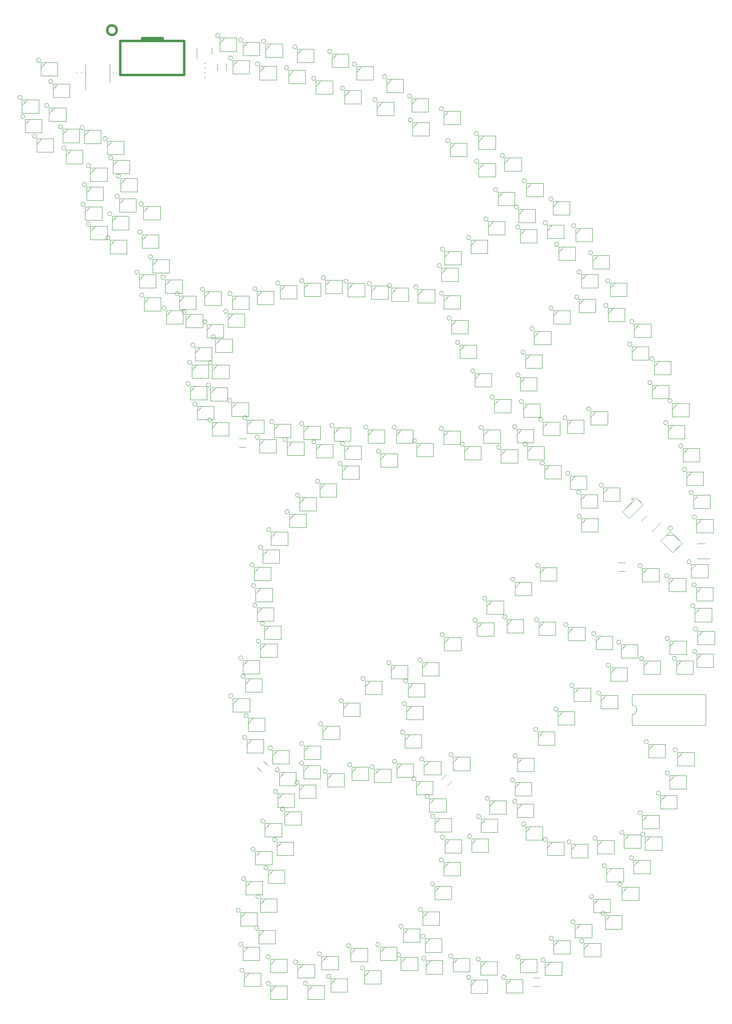
<source format=gbr>
%TF.GenerationSoftware,KiCad,Pcbnew,(6.99.0-3809-g2741d0eb4b)*%
%TF.CreationDate,2022-10-25T09:35:27-04:00*%
%TF.ProjectId,PortWing,506f7274-5769-46e6-972e-6b696361645f,rev?*%
%TF.SameCoordinates,Original*%
%TF.FileFunction,Legend,Top*%
%TF.FilePolarity,Positive*%
%FSLAX46Y46*%
G04 Gerber Fmt 4.6, Leading zero omitted, Abs format (unit mm)*
G04 Created by KiCad (PCBNEW (6.99.0-3809-g2741d0eb4b)) date 2022-10-25 09:35:27*
%MOMM*%
%LPD*%
G01*
G04 APERTURE LIST*
%ADD10C,0.120000*%
%ADD11C,0.500000*%
G04 APERTURE END LIST*
D10*
%TO.C,D213*%
X51195401Y-39007279D02*
X52195401Y-37907279D01*
X54645401Y-40707279D02*
X51145401Y-40707279D01*
X51145401Y-40707279D02*
X51145401Y-37907279D01*
X51145401Y-37907279D02*
X54645401Y-37907279D01*
X54645401Y-37907279D02*
X54645401Y-40707279D01*
X51142615Y-37407279D02*
G75*
G03*
X51142615Y-37407279I-447214J0D01*
G01*
%TO.C,D37*%
X127695401Y-178107279D02*
X128695401Y-177007279D01*
X131145401Y-179807279D02*
X127645401Y-179807279D01*
X127645401Y-179807279D02*
X127645401Y-177007279D01*
X127645401Y-177007279D02*
X131145401Y-177007279D01*
X131145401Y-177007279D02*
X131145401Y-179807279D01*
X127642615Y-176507279D02*
G75*
G03*
X127642615Y-176507279I-447214J0D01*
G01*
%TO.C,D94*%
X98995401Y-119907279D02*
X99995401Y-118807279D01*
X102445401Y-121607279D02*
X98945401Y-121607279D01*
X98945401Y-121607279D02*
X98945401Y-118807279D01*
X98945401Y-118807279D02*
X102445401Y-118807279D01*
X102445401Y-118807279D02*
X102445401Y-121607279D01*
X98942615Y-118307279D02*
G75*
G03*
X98942615Y-118307279I-447214J0D01*
G01*
%TO.C,D241*%
X83554294Y-66480886D02*
X84554294Y-65380886D01*
X87004294Y-68180886D02*
X83504294Y-68180886D01*
X83504294Y-68180886D02*
X83504294Y-65380886D01*
X83504294Y-65380886D02*
X87004294Y-65380886D01*
X87004294Y-65380886D02*
X87004294Y-68180886D01*
X83501508Y-64880886D02*
G75*
G03*
X83501508Y-64880886I-447214J0D01*
G01*
%TO.C,D199*%
X38904294Y-14430886D02*
X39904294Y-13330886D01*
X42354294Y-16130886D02*
X38854294Y-16130886D01*
X38854294Y-16130886D02*
X38854294Y-13330886D01*
X38854294Y-13330886D02*
X42354294Y-13330886D01*
X42354294Y-13330886D02*
X42354294Y-16130886D01*
X38851508Y-12830886D02*
G75*
G03*
X38851508Y-12830886I-447214J0D01*
G01*
%TO.C,D102*%
X70654294Y-133880886D02*
X71654294Y-132780886D01*
X74104294Y-135580886D02*
X70604294Y-135580886D01*
X70604294Y-135580886D02*
X70604294Y-132780886D01*
X70604294Y-132780886D02*
X74104294Y-132780886D01*
X74104294Y-132780886D02*
X74104294Y-135580886D01*
X70601508Y-132280886D02*
G75*
G03*
X70601508Y-132280886I-447214J0D01*
G01*
%TO.C,D78*%
X103454294Y-143980886D02*
X104454294Y-142880886D01*
X106904294Y-145680886D02*
X103404294Y-145680886D01*
X103404294Y-145680886D02*
X103404294Y-142880886D01*
X103404294Y-142880886D02*
X106904294Y-142880886D01*
X106904294Y-142880886D02*
X106904294Y-145680886D01*
X103401508Y-142380886D02*
G75*
G03*
X103401508Y-142380886I-447214J0D01*
G01*
%TO.C,D216*%
X52595401Y-42780886D02*
X53595401Y-41680886D01*
X56045401Y-44480886D02*
X52545401Y-44480886D01*
X52545401Y-44480886D02*
X52545401Y-41680886D01*
X52545401Y-41680886D02*
X56045401Y-41680886D01*
X56045401Y-41680886D02*
X56045401Y-44480886D01*
X52542615Y-41180886D02*
G75*
G03*
X52542615Y-41180886I-447214J0D01*
G01*
%TO.C,D30*%
X140554294Y-158480886D02*
X141554294Y-157380886D01*
X144004294Y-160180886D02*
X140504294Y-160180886D01*
X140504294Y-160180886D02*
X140504294Y-157380886D01*
X140504294Y-157380886D02*
X144004294Y-157380886D01*
X144004294Y-157380886D02*
X144004294Y-160180886D01*
X140501508Y-156880886D02*
G75*
G03*
X140501508Y-156880886I-447214J0D01*
G01*
%TO.C,D82*%
X104604294Y-162230886D02*
X105604294Y-161130886D01*
X108054294Y-163930886D02*
X104554294Y-163930886D01*
X104554294Y-163930886D02*
X104554294Y-161130886D01*
X104554294Y-161130886D02*
X108054294Y-161130886D01*
X108054294Y-161130886D02*
X108054294Y-163930886D01*
X104551508Y-160630886D02*
G75*
G03*
X104551508Y-160630886I-447214J0D01*
G01*
%TO.C,D153*%
X156495401Y-70807279D02*
X157495401Y-69707279D01*
X159945401Y-72507279D02*
X156445401Y-72507279D01*
X156445401Y-72507279D02*
X156445401Y-69707279D01*
X156445401Y-69707279D02*
X159945401Y-69707279D01*
X159945401Y-69707279D02*
X159945401Y-72507279D01*
X156442615Y-69207279D02*
G75*
G03*
X156442615Y-69207279I-447214J0D01*
G01*
%TO.C,D12*%
X133704294Y-120830886D02*
X134704294Y-119730886D01*
X137154294Y-122530886D02*
X133654294Y-122530886D01*
X133654294Y-122530886D02*
X133654294Y-119730886D01*
X133654294Y-119730886D02*
X137154294Y-119730886D01*
X137154294Y-119730886D02*
X137154294Y-122530886D01*
X133651508Y-119230886D02*
G75*
G03*
X133651508Y-119230886I-447214J0D01*
G01*
%TO.C,D47*%
X93154294Y-174930886D02*
X94154294Y-173830886D01*
X96604294Y-176630886D02*
X93104294Y-176630886D01*
X93104294Y-176630886D02*
X93104294Y-173830886D01*
X93104294Y-173830886D02*
X96604294Y-173830886D01*
X96604294Y-173830886D02*
X96604294Y-176630886D01*
X93101508Y-173330886D02*
G75*
G03*
X93101508Y-173330886I-447214J0D01*
G01*
%TO.C,D45*%
X98004294Y-171130886D02*
X99004294Y-170030886D01*
X101454294Y-172830886D02*
X97954294Y-172830886D01*
X97954294Y-172830886D02*
X97954294Y-170030886D01*
X97954294Y-170030886D02*
X101454294Y-170030886D01*
X101454294Y-170030886D02*
X101454294Y-172830886D01*
X97951508Y-169530886D02*
G75*
G03*
X97951508Y-169530886I-447214J0D01*
G01*
%TO.C,D233*%
X108054294Y-44080886D02*
X109054294Y-42980886D01*
X111504294Y-45780886D02*
X108004294Y-45780886D01*
X108004294Y-45780886D02*
X108004294Y-42980886D01*
X108004294Y-42980886D02*
X111504294Y-42980886D01*
X111504294Y-42980886D02*
X111504294Y-45780886D01*
X108001508Y-42480886D02*
G75*
G03*
X108001508Y-42480886I-447214J0D01*
G01*
%TO.C,D253*%
X58095401Y-53407279D02*
X59095401Y-52307279D01*
X61545401Y-55107279D02*
X58045401Y-55107279D01*
X58045401Y-55107279D02*
X58045401Y-52307279D01*
X58045401Y-52307279D02*
X61545401Y-52307279D01*
X61545401Y-52307279D02*
X61545401Y-55107279D01*
X58042615Y-51807279D02*
G75*
G03*
X58042615Y-51807279I-447214J0D01*
G01*
%TO.C,D107*%
X64454294Y-115080886D02*
X65454294Y-113980886D01*
X67904294Y-116780886D02*
X64404294Y-116780886D01*
X64404294Y-116780886D02*
X64404294Y-113980886D01*
X64404294Y-113980886D02*
X67904294Y-113980886D01*
X67904294Y-113980886D02*
X67904294Y-116780886D01*
X64401508Y-113480886D02*
G75*
G03*
X64401508Y-113480886I-447214J0D01*
G01*
%TO.C,D152*%
X153354294Y-65980886D02*
X154354294Y-64880886D01*
X156804294Y-67680886D02*
X153304294Y-67680886D01*
X153304294Y-67680886D02*
X153304294Y-64880886D01*
X153304294Y-64880886D02*
X156804294Y-64880886D01*
X156804294Y-64880886D02*
X156804294Y-67680886D01*
X153301508Y-64380886D02*
G75*
G03*
X153301508Y-64380886I-447214J0D01*
G01*
%TO.C,D196*%
X27504294Y-8530886D02*
X28504294Y-7430886D01*
X30954294Y-10230886D02*
X27454294Y-10230886D01*
X27454294Y-10230886D02*
X27454294Y-7430886D01*
X27454294Y-7430886D02*
X30954294Y-7430886D01*
X30954294Y-7430886D02*
X30954294Y-10230886D01*
X27451508Y-6930886D02*
G75*
G03*
X27451508Y-6930886I-447214J0D01*
G01*
%TO.C,D159*%
X137654294Y-30480886D02*
X138654294Y-29380886D01*
X141104294Y-32180886D02*
X137604294Y-32180886D01*
X137604294Y-32180886D02*
X137604294Y-29380886D01*
X137604294Y-29380886D02*
X141104294Y-29380886D01*
X141104294Y-29380886D02*
X141104294Y-32180886D01*
X137601508Y-28880886D02*
G75*
G03*
X137601508Y-28880886I-447214J0D01*
G01*
%TO.C,D85*%
X114254294Y-148180886D02*
X115254294Y-147080886D01*
X117704294Y-149880886D02*
X114204294Y-149880886D01*
X114204294Y-149880886D02*
X114204294Y-147080886D01*
X114204294Y-147080886D02*
X117704294Y-147080886D01*
X117704294Y-147080886D02*
X117704294Y-149880886D01*
X114201508Y-146580886D02*
G75*
G03*
X114201508Y-146580886I-447214J0D01*
G01*
%TO.C,D53*%
X75954294Y-178580886D02*
X76954294Y-177480886D01*
X79404294Y-180280886D02*
X75904294Y-180280886D01*
X75904294Y-180280886D02*
X75904294Y-177480886D01*
X75904294Y-177480886D02*
X79404294Y-177480886D01*
X79404294Y-177480886D02*
X79404294Y-180280886D01*
X75901508Y-176980886D02*
G75*
G03*
X75901508Y-176980886I-447214J0D01*
G01*
%TO.C,D20*%
X133154294Y-153480886D02*
X134154294Y-152380886D01*
X136604294Y-155180886D02*
X133104294Y-155180886D01*
X133104294Y-155180886D02*
X133104294Y-152380886D01*
X133104294Y-152380886D02*
X136604294Y-152380886D01*
X136604294Y-152380886D02*
X136604294Y-155180886D01*
X133101508Y-151880886D02*
G75*
G03*
X133101508Y-151880886I-447214J0D01*
G01*
%TO.C,D206*%
X32604294Y-24430886D02*
X33604294Y-23330886D01*
X36054294Y-26130886D02*
X32554294Y-26130886D01*
X32554294Y-26130886D02*
X32554294Y-23330886D01*
X32554294Y-23330886D02*
X36054294Y-23330886D01*
X36054294Y-23330886D02*
X36054294Y-26130886D01*
X32551508Y-22830886D02*
G75*
G03*
X32551508Y-22830886I-447214J0D01*
G01*
%TO.C,D251*%
X53454294Y-57830886D02*
X54454294Y-56730886D01*
X56904294Y-59530886D02*
X53404294Y-59530886D01*
X53404294Y-59530886D02*
X53404294Y-56730886D01*
X53404294Y-56730886D02*
X56904294Y-56730886D01*
X56904294Y-56730886D02*
X56904294Y-59530886D01*
X53401508Y-56230886D02*
G75*
G03*
X53401508Y-56230886I-447214J0D01*
G01*
%TO.C,D170*%
X113804294Y-5530886D02*
X114804294Y-4430886D01*
X117254294Y-7230886D02*
X113754294Y-7230886D01*
X113754294Y-7230886D02*
X113754294Y-4430886D01*
X113754294Y-4430886D02*
X117254294Y-4430886D01*
X117254294Y-4430886D02*
X117254294Y-7230886D01*
X113751508Y-3930886D02*
G75*
G03*
X113751508Y-3930886I-447214J0D01*
G01*
%TO.C,D165*%
X129354294Y-19230886D02*
X130354294Y-18130886D01*
X132804294Y-20930886D02*
X129304294Y-20930886D01*
X129304294Y-20930886D02*
X129304294Y-18130886D01*
X129304294Y-18130886D02*
X132804294Y-18130886D01*
X132804294Y-18130886D02*
X132804294Y-20930886D01*
X129301508Y-17630886D02*
G75*
G03*
X129301508Y-17630886I-447214J0D01*
G01*
%TO.C,D116*%
X76354294Y-81080886D02*
X77354294Y-79980886D01*
X79804294Y-82780886D02*
X76304294Y-82780886D01*
X76304294Y-82780886D02*
X76304294Y-79980886D01*
X76304294Y-79980886D02*
X79804294Y-79980886D01*
X79804294Y-79980886D02*
X79804294Y-82780886D01*
X76301508Y-79480886D02*
G75*
G03*
X76301508Y-79480886I-447214J0D01*
G01*
%TO.C,D119*%
X106454294Y-67180886D02*
X107454294Y-66080886D01*
X109904294Y-68880886D02*
X106404294Y-68880886D01*
X106404294Y-68880886D02*
X106404294Y-66080886D01*
X106404294Y-66080886D02*
X109904294Y-66080886D01*
X109904294Y-66080886D02*
X109904294Y-68880886D01*
X106401508Y-65580886D02*
G75*
G03*
X106401508Y-65580886I-447214J0D01*
G01*
%TO.C,D62*%
X69754294Y-158880886D02*
X70754294Y-157780886D01*
X73204294Y-160580886D02*
X69704294Y-160580886D01*
X69704294Y-160580886D02*
X69704294Y-157780886D01*
X69704294Y-157780886D02*
X73204294Y-157780886D01*
X73204294Y-157780886D02*
X73204294Y-160580886D01*
X69701508Y-157280886D02*
G75*
G03*
X69701508Y-157280886I-447214J0D01*
G01*
%TO.C,D249*%
X58054294Y-65380886D02*
X59054294Y-64280886D01*
X61504294Y-67080886D02*
X58004294Y-67080886D01*
X58004294Y-67080886D02*
X58004294Y-64280886D01*
X58004294Y-64280886D02*
X61504294Y-64280886D01*
X61504294Y-64280886D02*
X61504294Y-67080886D01*
X58001508Y-63780886D02*
G75*
G03*
X58001508Y-63780886I-447214J0D01*
G01*
%TO.C,D86*%
X116054294Y-144380886D02*
X117054294Y-143280886D01*
X119504294Y-146080886D02*
X116004294Y-146080886D01*
X116004294Y-146080886D02*
X116004294Y-143280886D01*
X116004294Y-143280886D02*
X119504294Y-143280886D01*
X119504294Y-143280886D02*
X119504294Y-146080886D01*
X116001508Y-142780886D02*
G75*
G03*
X116001508Y-142780886I-447214J0D01*
G01*
%TO.C,D44*%
X102595401Y-173207279D02*
X103595401Y-172107279D01*
X106045401Y-174907279D02*
X102545401Y-174907279D01*
X102545401Y-174907279D02*
X102545401Y-172107279D01*
X102545401Y-172107279D02*
X106045401Y-172107279D01*
X106045401Y-172107279D02*
X106045401Y-174907279D01*
X102542615Y-171607279D02*
G75*
G03*
X102542615Y-171607279I-447214J0D01*
G01*
%TO.C,D14*%
X126195401Y-130007279D02*
X127195401Y-128907279D01*
X129645401Y-131707279D02*
X126145401Y-131707279D01*
X126145401Y-131707279D02*
X126145401Y-128907279D01*
X126145401Y-128907279D02*
X129645401Y-128907279D01*
X129645401Y-128907279D02*
X129645401Y-131707279D01*
X126142615Y-128407279D02*
G75*
G03*
X126142615Y-128407279I-447214J0D01*
G01*
%TO.C,D76*%
X102354294Y-136180886D02*
X103354294Y-135080886D01*
X105804294Y-137880886D02*
X102304294Y-137880886D01*
X102304294Y-137880886D02*
X102304294Y-135080886D01*
X102304294Y-135080886D02*
X105804294Y-135080886D01*
X105804294Y-135080886D02*
X105804294Y-137880886D01*
X102301508Y-134580886D02*
G75*
G03*
X102301508Y-134580886I-447214J0D01*
G01*
%TO.C,D68*%
X76254294Y-141080886D02*
X77254294Y-139980886D01*
X79704294Y-142780886D02*
X76204294Y-142780886D01*
X76204294Y-142780886D02*
X76204294Y-139980886D01*
X76204294Y-139980886D02*
X79704294Y-139980886D01*
X79704294Y-139980886D02*
X79704294Y-142780886D01*
X76201508Y-139480886D02*
G75*
G03*
X76201508Y-139480886I-447214J0D01*
G01*
%TO.C,D66*%
X73204294Y-146630886D02*
X74204294Y-145530886D01*
X76654294Y-148330886D02*
X73154294Y-148330886D01*
X73154294Y-148330886D02*
X73154294Y-145530886D01*
X73154294Y-145530886D02*
X76654294Y-145530886D01*
X76654294Y-145530886D02*
X76654294Y-148330886D01*
X73151508Y-145030886D02*
G75*
G03*
X73151508Y-145030886I-447214J0D01*
G01*
%TO.C,D163*%
X122454294Y-25080886D02*
X123454294Y-23980886D01*
X125904294Y-26780886D02*
X122404294Y-26780886D01*
X122404294Y-26780886D02*
X122404294Y-23980886D01*
X122404294Y-23980886D02*
X125904294Y-23980886D01*
X125904294Y-23980886D02*
X125904294Y-26780886D01*
X122401508Y-23480886D02*
G75*
G03*
X122401508Y-23480886I-447214J0D01*
G01*
%TO.C,D61*%
X65095401Y-161207279D02*
X66095401Y-160107279D01*
X68545401Y-162907279D02*
X65045401Y-162907279D01*
X65045401Y-162907279D02*
X65045401Y-160107279D01*
X65045401Y-160107279D02*
X68545401Y-160107279D01*
X68545401Y-160107279D02*
X68545401Y-162907279D01*
X65042615Y-159607279D02*
G75*
G03*
X65042615Y-159607279I-447214J0D01*
G01*
%TO.C,D195*%
X31304294Y-4330886D02*
X32304294Y-3230886D01*
X34754294Y-6030886D02*
X31254294Y-6030886D01*
X31254294Y-6030886D02*
X31254294Y-3230886D01*
X31254294Y-3230886D02*
X34754294Y-3230886D01*
X34754294Y-3230886D02*
X34754294Y-6030886D01*
X31251508Y-2730886D02*
G75*
G03*
X31251508Y-2730886I-447214J0D01*
G01*
%TO.C,D115*%
X74204294Y-84530886D02*
X75204294Y-83430886D01*
X77654294Y-86230886D02*
X74154294Y-86230886D01*
X74154294Y-86230886D02*
X74154294Y-83430886D01*
X74154294Y-83430886D02*
X77654294Y-83430886D01*
X77654294Y-83430886D02*
X77654294Y-86230886D01*
X74151508Y-82930886D02*
G75*
G03*
X74151508Y-82930886I-447214J0D01*
G01*
%TO.C,D96*%
X98354294Y-130580886D02*
X99354294Y-129480886D01*
X101804294Y-132280886D02*
X98304294Y-132280886D01*
X98304294Y-132280886D02*
X98304294Y-129480886D01*
X98304294Y-129480886D02*
X101804294Y-129480886D01*
X101804294Y-129480886D02*
X101804294Y-132280886D01*
X98301508Y-128980886D02*
G75*
G03*
X98301508Y-128980886I-447214J0D01*
G01*
%TO.C,C1*%
X60964294Y10630366D02*
X60964294Y9207862D01*
X59144294Y10630366D02*
X59144294Y9207862D01*
%TO.C,D227*%
X101095401Y-37607279D02*
X102095401Y-36507279D01*
X104545401Y-39307279D02*
X101045401Y-39307279D01*
X101045401Y-39307279D02*
X101045401Y-36507279D01*
X101045401Y-36507279D02*
X104545401Y-36507279D01*
X104545401Y-36507279D02*
X104545401Y-39307279D01*
X101042615Y-36007279D02*
G75*
G03*
X101042615Y-36007279I-447214J0D01*
G01*
%TO.C,D9*%
X143554294Y-111780886D02*
X144554294Y-110680886D01*
X147004294Y-113480886D02*
X143504294Y-113480886D01*
X143504294Y-113480886D02*
X143504294Y-110680886D01*
X143504294Y-110680886D02*
X147004294Y-110680886D01*
X147004294Y-110680886D02*
X147004294Y-113480886D01*
X143501508Y-110180886D02*
G75*
G03*
X143501508Y-110180886I-447214J0D01*
G01*
%TO.C,D124*%
X123995401Y-70407279D02*
X124995401Y-69307279D01*
X127445401Y-72107279D02*
X123945401Y-72107279D01*
X123945401Y-72107279D02*
X123945401Y-69307279D01*
X123945401Y-69307279D02*
X127445401Y-69307279D01*
X127445401Y-69307279D02*
X127445401Y-72107279D01*
X123942615Y-68807279D02*
G75*
G03*
X123942615Y-68807279I-447214J0D01*
G01*
%TO.C,D70*%
X77204294Y-137030886D02*
X78204294Y-135930886D01*
X80654294Y-138730886D02*
X77154294Y-138730886D01*
X77154294Y-138730886D02*
X77154294Y-135930886D01*
X77154294Y-135930886D02*
X80654294Y-135930886D01*
X80654294Y-135930886D02*
X80654294Y-138730886D01*
X77151508Y-135430886D02*
G75*
G03*
X77151508Y-135430886I-447214J0D01*
G01*
%TO.C,D198*%
X37304294Y-10630886D02*
X38304294Y-9530886D01*
X40754294Y-12330886D02*
X37254294Y-12330886D01*
X37254294Y-12330886D02*
X37254294Y-9530886D01*
X37254294Y-9530886D02*
X40754294Y-9530886D01*
X40754294Y-9530886D02*
X40754294Y-12330886D01*
X37251508Y-9030886D02*
G75*
G03*
X37251508Y-9030886I-447214J0D01*
G01*
%TO.C,D226*%
X95595401Y-37307279D02*
X96595401Y-36207279D01*
X99045401Y-39007279D02*
X95545401Y-39007279D01*
X95545401Y-39007279D02*
X95545401Y-36207279D01*
X95545401Y-36207279D02*
X99045401Y-36207279D01*
X99045401Y-36207279D02*
X99045401Y-39007279D01*
X95542615Y-35707279D02*
G75*
G03*
X95542615Y-35707279I-447214J0D01*
G01*
%TO.C,D92*%
X106604294Y-110230886D02*
X107604294Y-109130886D01*
X110054294Y-111930886D02*
X106554294Y-111930886D01*
X106554294Y-111930886D02*
X106554294Y-109130886D01*
X106554294Y-109130886D02*
X110054294Y-109130886D01*
X110054294Y-109130886D02*
X110054294Y-111930886D01*
X106551508Y-108630886D02*
G75*
G03*
X106551508Y-108630886I-447214J0D01*
G01*
%TO.C,D125*%
X127554294Y-74380886D02*
X128554294Y-73280886D01*
X131004294Y-76080886D02*
X127504294Y-76080886D01*
X127504294Y-76080886D02*
X127504294Y-73280886D01*
X127504294Y-73280886D02*
X131004294Y-73280886D01*
X131004294Y-73280886D02*
X131004294Y-76080886D01*
X127501508Y-72780886D02*
G75*
G03*
X127501508Y-72780886I-447214J0D01*
G01*
%TO.C,D230*%
X112154294Y-27280886D02*
X113154294Y-26180886D01*
X115604294Y-28980886D02*
X112104294Y-28980886D01*
X112104294Y-28980886D02*
X112104294Y-26180886D01*
X112104294Y-26180886D02*
X115604294Y-26180886D01*
X115604294Y-26180886D02*
X115604294Y-28980886D01*
X112101508Y-25680886D02*
G75*
G03*
X112101508Y-25680886I-447214J0D01*
G01*
%TO.C,D120*%
X110795401Y-70407279D02*
X111795401Y-69307279D01*
X114245401Y-72107279D02*
X110745401Y-72107279D01*
X110745401Y-72107279D02*
X110745401Y-69307279D01*
X110745401Y-69307279D02*
X114245401Y-69307279D01*
X114245401Y-69307279D02*
X114245401Y-72107279D01*
X110742615Y-68807279D02*
G75*
G03*
X110742615Y-68807279I-447214J0D01*
G01*
%TO.C,D100*%
X81195401Y-128807279D02*
X82195401Y-127707279D01*
X84645401Y-130507279D02*
X81145401Y-130507279D01*
X81145401Y-130507279D02*
X81145401Y-127707279D01*
X81145401Y-127707279D02*
X84645401Y-127707279D01*
X84645401Y-127707279D02*
X84645401Y-130507279D01*
X81142615Y-127207279D02*
G75*
G03*
X81142615Y-127207279I-447214J0D01*
G01*
%TO.C,D74*%
X96654294Y-136680886D02*
X97654294Y-135580886D01*
X100104294Y-138380886D02*
X96604294Y-138380886D01*
X96604294Y-138380886D02*
X96604294Y-135580886D01*
X96604294Y-135580886D02*
X100104294Y-135580886D01*
X100104294Y-135580886D02*
X100104294Y-138380886D01*
X96601508Y-135080886D02*
G75*
G03*
X96601508Y-135080886I-447214J0D01*
G01*
%TO.C,D3*%
X158995401Y-104207279D02*
X159995401Y-103107279D01*
X162445401Y-105907279D02*
X158945401Y-105907279D01*
X158945401Y-105907279D02*
X158945401Y-103107279D01*
X158945401Y-103107279D02*
X162445401Y-103107279D01*
X162445401Y-103107279D02*
X162445401Y-105907279D01*
X158942615Y-102607279D02*
G75*
G03*
X158942615Y-102607279I-447214J0D01*
G01*
%TO.C,D228*%
X105995401Y-33107279D02*
X106995401Y-32007279D01*
X109445401Y-34807279D02*
X105945401Y-34807279D01*
X105945401Y-34807279D02*
X105945401Y-32007279D01*
X105945401Y-32007279D02*
X109445401Y-32007279D01*
X109445401Y-32007279D02*
X109445401Y-34807279D01*
X105942615Y-31507279D02*
G75*
G03*
X105942615Y-31507279I-447214J0D01*
G01*
%TO.C,U4*%
X150557381Y-86483973D02*
X151830173Y-85211180D01*
X150557381Y-86483973D02*
X149991695Y-87049658D01*
X148351207Y-84277799D02*
X148916893Y-83712114D01*
X148351207Y-84277799D02*
X147785522Y-84843485D01*
%TO.C,D72*%
X87254294Y-137380886D02*
X88254294Y-136280886D01*
X90704294Y-139080886D02*
X87204294Y-139080886D01*
X87204294Y-139080886D02*
X87204294Y-136280886D01*
X87204294Y-136280886D02*
X90704294Y-136280886D01*
X90704294Y-136280886D02*
X90704294Y-139080886D01*
X87201508Y-135780886D02*
G75*
G03*
X87201508Y-135780886I-447214J0D01*
G01*
%TO.C,D98*%
X90054294Y-119380886D02*
X91054294Y-118280886D01*
X93504294Y-121080886D02*
X90004294Y-121080886D01*
X90004294Y-121080886D02*
X90004294Y-118280886D01*
X90004294Y-118280886D02*
X93504294Y-118280886D01*
X93504294Y-118280886D02*
X93504294Y-121080886D01*
X90001508Y-117780886D02*
G75*
G03*
X90001508Y-117780886I-447214J0D01*
G01*
%TO.C,D190*%
X23954294Y319114D02*
X24954294Y1419114D01*
X27404294Y-1380886D02*
X23904294Y-1380886D01*
X23904294Y-1380886D02*
X23904294Y1419114D01*
X23904294Y1419114D02*
X27404294Y1419114D01*
X27404294Y1419114D02*
X27404294Y-1380886D01*
X23901508Y1919114D02*
G75*
G03*
X23901508Y1919114I-447214J0D01*
G01*
%TO.C,D193*%
X21404294Y-6130886D02*
X22404294Y-5030886D01*
X24854294Y-7830886D02*
X21354294Y-7830886D01*
X21354294Y-7830886D02*
X21354294Y-5030886D01*
X21354294Y-5030886D02*
X24854294Y-5030886D01*
X24854294Y-5030886D02*
X24854294Y-7830886D01*
X21351508Y-4530886D02*
G75*
G03*
X21351508Y-4530886I-447214J0D01*
G01*
%TO.C,D54*%
X70254294Y-183080886D02*
X71254294Y-181980886D01*
X73704294Y-184780886D02*
X70204294Y-184780886D01*
X70204294Y-184780886D02*
X70204294Y-181980886D01*
X70204294Y-181980886D02*
X73704294Y-181980886D01*
X73704294Y-181980886D02*
X73704294Y-184780886D01*
X70201508Y-181480886D02*
G75*
G03*
X70201508Y-181480886I-447214J0D01*
G01*
%TO.C,D22*%
X144195401Y-151507279D02*
X145195401Y-150407279D01*
X147645401Y-153207279D02*
X144145401Y-153207279D01*
X144145401Y-153207279D02*
X144145401Y-150407279D01*
X144145401Y-150407279D02*
X147645401Y-150407279D01*
X147645401Y-150407279D02*
X147645401Y-153207279D01*
X144142615Y-149907279D02*
G75*
G03*
X144142615Y-149907279I-447214J0D01*
G01*
%TO.C,D154*%
X157295401Y-75707279D02*
X158295401Y-74607279D01*
X160745401Y-77407279D02*
X157245401Y-77407279D01*
X157245401Y-77407279D02*
X157245401Y-74607279D01*
X157245401Y-74607279D02*
X160745401Y-74607279D01*
X160745401Y-74607279D02*
X160745401Y-77407279D01*
X157242615Y-74107279D02*
G75*
G03*
X157242615Y-74107279I-447214J0D01*
G01*
%TO.C,D239*%
X85254294Y-74480886D02*
X86254294Y-73380886D01*
X88704294Y-76180886D02*
X85204294Y-76180886D01*
X85204294Y-76180886D02*
X85204294Y-73380886D01*
X85204294Y-73380886D02*
X88704294Y-73380886D01*
X88704294Y-73380886D02*
X88704294Y-76180886D01*
X85201508Y-72880886D02*
G75*
G03*
X85201508Y-72880886I-447214J0D01*
G01*
%TO.C,D81*%
X106454294Y-157280886D02*
X107454294Y-156180886D01*
X109904294Y-158980886D02*
X106404294Y-158980886D01*
X106404294Y-158980886D02*
X106404294Y-156180886D01*
X106404294Y-156180886D02*
X109904294Y-156180886D01*
X109904294Y-156180886D02*
X109904294Y-158980886D01*
X106401508Y-155680886D02*
G75*
G03*
X106401508Y-155680886I-447214J0D01*
G01*
%TO.C,D242*%
X79795401Y-69954493D02*
X80795401Y-68854493D01*
X83245401Y-71654493D02*
X79745401Y-71654493D01*
X79745401Y-71654493D02*
X79745401Y-68854493D01*
X79745401Y-68854493D02*
X83245401Y-68854493D01*
X83245401Y-68854493D02*
X83245401Y-71654493D01*
X79742615Y-68354493D02*
G75*
G03*
X79742615Y-68354493I-447214J0D01*
G01*
%TO.C,D48*%
X87054294Y-175180886D02*
X88054294Y-174080886D01*
X90504294Y-176880886D02*
X87004294Y-176880886D01*
X87004294Y-176880886D02*
X87004294Y-174080886D01*
X87004294Y-174080886D02*
X90504294Y-174080886D01*
X90504294Y-174080886D02*
X90504294Y-176880886D01*
X87001508Y-173580886D02*
G75*
G03*
X87001508Y-173580886I-447214J0D01*
G01*
%TO.C,U1*%
X54794294Y13319114D02*
X54794294Y11644114D01*
X54794294Y13319114D02*
X54794294Y13969114D01*
X57914294Y13319114D02*
X57914294Y12669114D01*
X57914294Y13319114D02*
X57914294Y13969114D01*
%TO.C,D135*%
X135254294Y-85480886D02*
X136254294Y-84380886D01*
X138704294Y-87180886D02*
X135204294Y-87180886D01*
X135204294Y-87180886D02*
X135204294Y-84380886D01*
X135204294Y-84380886D02*
X138704294Y-84380886D01*
X138704294Y-84380886D02*
X138704294Y-87180886D01*
X135201508Y-83880886D02*
G75*
G03*
X135201508Y-83880886I-447214J0D01*
G01*
%TO.C,D79*%
X104604294Y-148130886D02*
X105604294Y-147030886D01*
X108054294Y-149830886D02*
X104554294Y-149830886D01*
X104554294Y-149830886D02*
X104554294Y-147030886D01*
X104554294Y-147030886D02*
X108054294Y-147030886D01*
X108054294Y-147030886D02*
X108054294Y-149830886D01*
X104551508Y-146530886D02*
G75*
G03*
X104551508Y-146530886I-447214J0D01*
G01*
%TO.C,D10*%
X141354294Y-116580886D02*
X142354294Y-115480886D01*
X144804294Y-118280886D02*
X141304294Y-118280886D01*
X141304294Y-118280886D02*
X141304294Y-115480886D01*
X141304294Y-115480886D02*
X144804294Y-115480886D01*
X144804294Y-115480886D02*
X144804294Y-118280886D01*
X141301508Y-114980886D02*
G75*
G03*
X141301508Y-114980886I-447214J0D01*
G01*
%TO.C,D128*%
X139854294Y-78980886D02*
X140854294Y-77880886D01*
X143304294Y-80680886D02*
X139804294Y-80680886D01*
X139804294Y-80680886D02*
X139804294Y-77880886D01*
X139804294Y-77880886D02*
X143304294Y-77880886D01*
X143304294Y-77880886D02*
X143304294Y-80680886D01*
X139801508Y-77380886D02*
G75*
G03*
X139801508Y-77380886I-447214J0D01*
G01*
%TO.C,D237*%
X93295401Y-71907279D02*
X94295401Y-70807279D01*
X96745401Y-73607279D02*
X93245401Y-73607279D01*
X93245401Y-73607279D02*
X93245401Y-70807279D01*
X93245401Y-70807279D02*
X96745401Y-70807279D01*
X96745401Y-70807279D02*
X96745401Y-73607279D01*
X93242615Y-70307279D02*
G75*
G03*
X93242615Y-70307279I-447214J0D01*
G01*
%TO.C,D21*%
X138595401Y-152707279D02*
X139595401Y-151607279D01*
X142045401Y-154407279D02*
X138545401Y-154407279D01*
X138545401Y-154407279D02*
X138545401Y-151607279D01*
X138545401Y-151607279D02*
X142045401Y-151607279D01*
X142045401Y-151607279D02*
X142045401Y-154407279D01*
X138542615Y-151107279D02*
G75*
G03*
X138542615Y-151107279I-447214J0D01*
G01*
%TO.C,D164*%
X122154294Y-20880886D02*
X123154294Y-19780886D01*
X125604294Y-22580886D02*
X122104294Y-22580886D01*
X122104294Y-22580886D02*
X122104294Y-19780886D01*
X122104294Y-19780886D02*
X125604294Y-19780886D01*
X125604294Y-19780886D02*
X125604294Y-22580886D01*
X122101508Y-19280886D02*
G75*
G03*
X122101508Y-19280886I-447214J0D01*
G01*
%TO.C,D246*%
X65354294Y-64907279D02*
X66354294Y-63807279D01*
X68804294Y-66607279D02*
X65304294Y-66607279D01*
X65304294Y-66607279D02*
X65304294Y-63807279D01*
X65304294Y-63807279D02*
X68804294Y-63807279D01*
X68804294Y-63807279D02*
X68804294Y-66607279D01*
X65301508Y-63307279D02*
G75*
G03*
X65301508Y-63307279I-447214J0D01*
G01*
%TO.C,D185*%
X64454294Y14019114D02*
X65454294Y15119114D01*
X67904294Y12319114D02*
X64404294Y12319114D01*
X64404294Y12319114D02*
X64404294Y15119114D01*
X64404294Y15119114D02*
X67904294Y15119114D01*
X67904294Y15119114D02*
X67904294Y12319114D01*
X64401508Y15619114D02*
G75*
G03*
X64401508Y15619114I-447214J0D01*
G01*
%TO.C,D197*%
X36104294Y-6630886D02*
X37104294Y-5530886D01*
X39554294Y-8330886D02*
X36054294Y-8330886D01*
X36054294Y-8330886D02*
X36054294Y-5530886D01*
X36054294Y-5530886D02*
X39554294Y-5530886D01*
X39554294Y-5530886D02*
X39554294Y-8330886D01*
X36051508Y-5030886D02*
G75*
G03*
X36051508Y-5030886I-447214J0D01*
G01*
%TO.C,D11*%
X139354294Y-122380886D02*
X140354294Y-121280886D01*
X142804294Y-124080886D02*
X139304294Y-124080886D01*
X139304294Y-124080886D02*
X139304294Y-121280886D01*
X139304294Y-121280886D02*
X142804294Y-121280886D01*
X142804294Y-121280886D02*
X142804294Y-124080886D01*
X139301508Y-120780886D02*
G75*
G03*
X139301508Y-120780886I-447214J0D01*
G01*
%TO.C,D28*%
X148595401Y-151907279D02*
X149595401Y-150807279D01*
X152045401Y-153607279D02*
X148545401Y-153607279D01*
X148545401Y-153607279D02*
X148545401Y-150807279D01*
X148545401Y-150807279D02*
X152045401Y-150807279D01*
X152045401Y-150807279D02*
X152045401Y-153607279D01*
X148542615Y-150307279D02*
G75*
G03*
X148542615Y-150307279I-447214J0D01*
G01*
%TO.C,D220*%
X67454294Y-37980886D02*
X68454294Y-36880886D01*
X70904294Y-39680886D02*
X67404294Y-39680886D01*
X67404294Y-39680886D02*
X67404294Y-36880886D01*
X67404294Y-36880886D02*
X70904294Y-36880886D01*
X70904294Y-36880886D02*
X70904294Y-39680886D01*
X67401508Y-36380886D02*
G75*
G03*
X67401508Y-36380886I-447214J0D01*
G01*
%TO.C,D8*%
X148295401Y-115207279D02*
X149295401Y-114107279D01*
X151745401Y-116907279D02*
X148245401Y-116907279D01*
X148245401Y-116907279D02*
X148245401Y-114107279D01*
X148245401Y-114107279D02*
X151745401Y-114107279D01*
X151745401Y-114107279D02*
X151745401Y-116907279D01*
X148242615Y-113607279D02*
G75*
G03*
X148242615Y-113607279I-447214J0D01*
G01*
%TO.C,D2*%
X158254294Y-94980886D02*
X159254294Y-93880886D01*
X161704294Y-96680886D02*
X158204294Y-96680886D01*
X158204294Y-96680886D02*
X158204294Y-93880886D01*
X158204294Y-93880886D02*
X161704294Y-93880886D01*
X161704294Y-93880886D02*
X161704294Y-96680886D01*
X158201508Y-93380886D02*
G75*
G03*
X158201508Y-93380886I-447214J0D01*
G01*
%TO.C,D129*%
X153064345Y-87866672D02*
X154549269Y-87795962D01*
X154301781Y-91508272D02*
X151826908Y-89033399D01*
X151826908Y-89033399D02*
X153806807Y-87053500D01*
X153806807Y-87053500D02*
X156281680Y-89528373D01*
X156281680Y-89528373D02*
X154301781Y-91508272D01*
X154289375Y-86381748D02*
G75*
G03*
X154289375Y-86381748I-447213J0D01*
G01*
%TO.C,D158*%
X135254294Y-34480886D02*
X136254294Y-33380886D01*
X138704294Y-36180886D02*
X135204294Y-36180886D01*
X135204294Y-36180886D02*
X135204294Y-33380886D01*
X135204294Y-33380886D02*
X138704294Y-33380886D01*
X138704294Y-33380886D02*
X138704294Y-36180886D01*
X135201508Y-32880886D02*
G75*
G03*
X135201508Y-32880886I-447214J0D01*
G01*
%TO.C,D59*%
X63954294Y-167780886D02*
X64954294Y-166680886D01*
X67404294Y-169480886D02*
X63904294Y-169480886D01*
X63904294Y-169480886D02*
X63904294Y-166680886D01*
X63904294Y-166680886D02*
X67404294Y-166680886D01*
X67404294Y-166680886D02*
X67404294Y-169480886D01*
X63901508Y-166180886D02*
G75*
G03*
X63901508Y-166180886I-447214J0D01*
G01*
%TO.C,D248*%
X62154294Y-61280886D02*
X63154294Y-60180886D01*
X65604294Y-62980886D02*
X62104294Y-62980886D01*
X62104294Y-62980886D02*
X62104294Y-60180886D01*
X62104294Y-60180886D02*
X65604294Y-60180886D01*
X65604294Y-60180886D02*
X65604294Y-62980886D01*
X62101508Y-59680886D02*
G75*
G03*
X62101508Y-59680886I-447214J0D01*
G01*
%TO.C,D252*%
X57754294Y-58080886D02*
X58754294Y-56980886D01*
X61204294Y-59780886D02*
X57704294Y-59780886D01*
X57704294Y-59780886D02*
X57704294Y-56980886D01*
X57704294Y-56980886D02*
X61204294Y-56980886D01*
X61204294Y-56980886D02*
X61204294Y-59780886D01*
X57701508Y-56480886D02*
G75*
G03*
X57701508Y-56480886I-447214J0D01*
G01*
%TO.C,D167*%
X117795401Y-17307279D02*
X118795401Y-16207279D01*
X121245401Y-19007279D02*
X117745401Y-19007279D01*
X117745401Y-19007279D02*
X117745401Y-16207279D01*
X117745401Y-16207279D02*
X121245401Y-16207279D01*
X121245401Y-16207279D02*
X121245401Y-19007279D01*
X117742615Y-15707279D02*
G75*
G03*
X117742615Y-15707279I-447214J0D01*
G01*
%TO.C,D238*%
X90654294Y-66880886D02*
X91654294Y-65780886D01*
X94104294Y-68580886D02*
X90604294Y-68580886D01*
X90604294Y-68580886D02*
X90604294Y-65780886D01*
X90604294Y-65780886D02*
X94104294Y-65780886D01*
X94104294Y-65780886D02*
X94104294Y-68580886D01*
X90601508Y-65280886D02*
G75*
G03*
X90601508Y-65280886I-447214J0D01*
G01*
%TO.C,D4*%
X159595401Y-109007279D02*
X160595401Y-107907279D01*
X163045401Y-110707279D02*
X159545401Y-110707279D01*
X159545401Y-110707279D02*
X159545401Y-107907279D01*
X159545401Y-107907279D02*
X163045401Y-107907279D01*
X163045401Y-107907279D02*
X163045401Y-110707279D01*
X159542615Y-107407279D02*
G75*
G03*
X159542615Y-107407279I-447214J0D01*
G01*
%TO.C,D137*%
X132295401Y-64907279D02*
X133295401Y-63807279D01*
X135745401Y-66607279D02*
X132245401Y-66607279D01*
X132245401Y-66607279D02*
X132245401Y-63807279D01*
X132245401Y-63807279D02*
X135745401Y-63807279D01*
X135745401Y-63807279D02*
X135745401Y-66607279D01*
X132242615Y-63307279D02*
G75*
G03*
X132242615Y-63307279I-447214J0D01*
G01*
%TO.C,D139*%
X123154294Y-61480886D02*
X124154294Y-60380886D01*
X126604294Y-63180886D02*
X123104294Y-63180886D01*
X123104294Y-63180886D02*
X123104294Y-60380886D01*
X123104294Y-60380886D02*
X126604294Y-60380886D01*
X126604294Y-60380886D02*
X126604294Y-63180886D01*
X123101508Y-59880886D02*
G75*
G03*
X123101508Y-59880886I-447214J0D01*
G01*
%TO.C,D121*%
X114804294Y-66930886D02*
X115804294Y-65830886D01*
X118254294Y-68630886D02*
X114754294Y-68630886D01*
X114754294Y-68630886D02*
X114754294Y-65830886D01*
X114754294Y-65830886D02*
X118254294Y-65830886D01*
X118254294Y-65830886D02*
X118254294Y-68630886D01*
X114751508Y-65330886D02*
G75*
G03*
X114751508Y-65330886I-447214J0D01*
G01*
%TO.C,D31*%
X143754294Y-162380886D02*
X144754294Y-161280886D01*
X147204294Y-164080886D02*
X143704294Y-164080886D01*
X143704294Y-164080886D02*
X143704294Y-161280886D01*
X143704294Y-161280886D02*
X147204294Y-161280886D01*
X147204294Y-161280886D02*
X147204294Y-164080886D01*
X143701508Y-160780886D02*
G75*
G03*
X143701508Y-160780886I-447214J0D01*
G01*
%TO.C,D187*%
X59654294Y14919114D02*
X60654294Y16019114D01*
X63104294Y13219114D02*
X59604294Y13219114D01*
X59604294Y13219114D02*
X59604294Y16019114D01*
X59604294Y16019114D02*
X63104294Y16019114D01*
X63104294Y16019114D02*
X63104294Y13219114D01*
X59601508Y16519114D02*
G75*
G03*
X59601508Y16519114I-447214J0D01*
G01*
%TO.C,D182*%
X74054294Y8219114D02*
X75054294Y9319114D01*
X77504294Y6519114D02*
X74004294Y6519114D01*
X74004294Y6519114D02*
X74004294Y9319114D01*
X74004294Y9319114D02*
X77504294Y9319114D01*
X77504294Y9319114D02*
X77504294Y6519114D01*
X74001508Y9819114D02*
G75*
G03*
X74001508Y9819114I-447214J0D01*
G01*
%TO.C,D250*%
X54904294Y-62030886D02*
X55904294Y-60930886D01*
X58354294Y-63730886D02*
X54854294Y-63730886D01*
X54854294Y-63730886D02*
X54854294Y-60930886D01*
X54854294Y-60930886D02*
X58354294Y-60930886D01*
X58354294Y-60930886D02*
X58354294Y-63730886D01*
X54851508Y-60430886D02*
G75*
G03*
X54851508Y-60430886I-447214J0D01*
G01*
%TO.C,D123*%
X121795401Y-66807279D02*
X122795401Y-65707279D01*
X125245401Y-68507279D02*
X121745401Y-68507279D01*
X121745401Y-68507279D02*
X121745401Y-65707279D01*
X121745401Y-65707279D02*
X125245401Y-65707279D01*
X125245401Y-65707279D02*
X125245401Y-68507279D01*
X121742615Y-65207279D02*
G75*
G03*
X121742615Y-65207279I-447214J0D01*
G01*
%TO.C,D243*%
X77204294Y-66130886D02*
X78204294Y-65030886D01*
X80654294Y-67830886D02*
X77154294Y-67830886D01*
X77154294Y-67830886D02*
X77154294Y-65030886D01*
X77154294Y-65030886D02*
X80654294Y-65030886D01*
X80654294Y-65030886D02*
X80654294Y-67830886D01*
X77151508Y-64530886D02*
G75*
G03*
X77151508Y-64530886I-447214J0D01*
G01*
%TO.C,D247*%
X67954294Y-68980886D02*
X68954294Y-67880886D01*
X71404294Y-70680886D02*
X67904294Y-70680886D01*
X67904294Y-70680886D02*
X67904294Y-67880886D01*
X67904294Y-67880886D02*
X71404294Y-67880886D01*
X71404294Y-67880886D02*
X71404294Y-70680886D01*
X67901508Y-67380886D02*
G75*
G03*
X67901508Y-67380886I-447214J0D01*
G01*
%TO.C,D113*%
X68654294Y-91980886D02*
X69654294Y-90880886D01*
X72104294Y-93680886D02*
X68604294Y-93680886D01*
X68604294Y-93680886D02*
X68604294Y-90880886D01*
X68604294Y-90880886D02*
X72104294Y-90880886D01*
X72104294Y-90880886D02*
X72104294Y-93680886D01*
X68601508Y-90380886D02*
G75*
G03*
X68601508Y-90380886I-447214J0D01*
G01*
%TO.C,C3*%
X29644294Y8678534D02*
X29644294Y8959694D01*
X30664294Y8678534D02*
X30664294Y8959694D01*
%TO.C,D245*%
X71004294Y-65730886D02*
X72004294Y-64630886D01*
X74454294Y-67430886D02*
X70954294Y-67430886D01*
X70954294Y-67430886D02*
X70954294Y-64630886D01*
X70954294Y-64630886D02*
X74454294Y-64630886D01*
X74454294Y-64630886D02*
X74454294Y-67430886D01*
X70951508Y-64130886D02*
G75*
G03*
X70951508Y-64130886I-447214J0D01*
G01*
%TO.C,D26*%
X155354294Y-134280886D02*
X156354294Y-133180886D01*
X158804294Y-135980886D02*
X155304294Y-135980886D01*
X155304294Y-135980886D02*
X155304294Y-133180886D01*
X155304294Y-133180886D02*
X158804294Y-133180886D01*
X158804294Y-133180886D02*
X158804294Y-135980886D01*
X155301508Y-132680886D02*
G75*
G03*
X155301508Y-132680886I-447214J0D01*
G01*
%TO.C,D39*%
X119504294Y-181730886D02*
X120504294Y-180630886D01*
X122954294Y-183430886D02*
X119454294Y-183430886D01*
X119454294Y-183430886D02*
X119454294Y-180630886D01*
X119454294Y-180630886D02*
X122954294Y-180630886D01*
X122954294Y-180630886D02*
X122954294Y-183430886D01*
X119451508Y-180130886D02*
G75*
G03*
X119451508Y-180130886I-447214J0D01*
G01*
%TO.C,D105*%
X62395401Y-123007279D02*
X63395401Y-121907279D01*
X65845401Y-124707279D02*
X62345401Y-124707279D01*
X62345401Y-124707279D02*
X62345401Y-121907279D01*
X62345401Y-121907279D02*
X65845401Y-121907279D01*
X65845401Y-121907279D02*
X65845401Y-124707279D01*
X62342615Y-121407279D02*
G75*
G03*
X62342615Y-121407279I-447214J0D01*
G01*
%TO.C,C8*%
X125043042Y-180270886D02*
X126465546Y-180270886D01*
X125043042Y-182090886D02*
X126465546Y-182090886D01*
%TO.C,D209*%
X45604294Y-31330886D02*
X46604294Y-30230886D01*
X49054294Y-33030886D02*
X45554294Y-33030886D01*
X45554294Y-33030886D02*
X45554294Y-30230886D01*
X45554294Y-30230886D02*
X49054294Y-30230886D01*
X49054294Y-30230886D02*
X49054294Y-33030886D01*
X45551508Y-29730886D02*
G75*
G03*
X45551508Y-29730886I-447214J0D01*
G01*
%TO.C,D210*%
X42795401Y-34507279D02*
X43795401Y-33407279D01*
X46245401Y-36207279D02*
X42745401Y-36207279D01*
X42745401Y-36207279D02*
X42745401Y-33407279D01*
X42745401Y-33407279D02*
X46245401Y-33407279D01*
X46245401Y-33407279D02*
X46245401Y-36207279D01*
X42742615Y-32907279D02*
G75*
G03*
X42742615Y-32907279I-447214J0D01*
G01*
%TO.C,C6*%
X108200692Y-139121422D02*
X107194830Y-140127284D01*
X106913758Y-137834488D02*
X105907896Y-138840350D01*
%TO.C,D192*%
X18904294Y-2030886D02*
X19904294Y-930886D01*
X22354294Y-3730886D02*
X18854294Y-3730886D01*
X18854294Y-3730886D02*
X18854294Y-930886D01*
X18854294Y-930886D02*
X22354294Y-930886D01*
X22354294Y-930886D02*
X22354294Y-3730886D01*
X18851508Y-430886D02*
G75*
G03*
X18851508Y-430886I-447214J0D01*
G01*
%TO.C,D57*%
X64495401Y-174907279D02*
X65495401Y-173807279D01*
X67945401Y-176607279D02*
X64445401Y-176607279D01*
X64445401Y-176607279D02*
X64445401Y-173807279D01*
X64445401Y-173807279D02*
X67945401Y-173807279D01*
X67945401Y-173807279D02*
X67945401Y-176607279D01*
X64442615Y-173307279D02*
G75*
G03*
X64442615Y-173307279I-447214J0D01*
G01*
%TO.C,D244*%
X73754294Y-69480886D02*
X74754294Y-68380886D01*
X77204294Y-71180886D02*
X73704294Y-71180886D01*
X73704294Y-71180886D02*
X73704294Y-68380886D01*
X73704294Y-68380886D02*
X77204294Y-68380886D01*
X77204294Y-68380886D02*
X77204294Y-71180886D01*
X73701508Y-67880886D02*
G75*
G03*
X73701508Y-67880886I-447214J0D01*
G01*
%TO.C,D171*%
X107804294Y-7030886D02*
X108804294Y-5930886D01*
X111254294Y-8730886D02*
X107754294Y-8730886D01*
X107754294Y-8730886D02*
X107754294Y-5930886D01*
X107754294Y-5930886D02*
X111254294Y-5930886D01*
X111254294Y-5930886D02*
X111254294Y-8730886D01*
X107751508Y-5430886D02*
G75*
G03*
X107751508Y-5430886I-447214J0D01*
G01*
%TO.C,D63*%
X67054294Y-154980886D02*
X68054294Y-153880886D01*
X70504294Y-156680886D02*
X67004294Y-156680886D01*
X67004294Y-156680886D02*
X67004294Y-153880886D01*
X67004294Y-153880886D02*
X70504294Y-153880886D01*
X70504294Y-153880886D02*
X70504294Y-156680886D01*
X67001508Y-153380886D02*
G75*
G03*
X67001508Y-153380886I-447214J0D01*
G01*
%TO.C,D136*%
X127254294Y-65280886D02*
X128254294Y-64180886D01*
X130704294Y-66980886D02*
X127204294Y-66980886D01*
X127204294Y-66980886D02*
X127204294Y-64180886D01*
X127204294Y-64180886D02*
X130704294Y-64180886D01*
X130704294Y-64180886D02*
X130704294Y-66980886D01*
X127201508Y-63680886D02*
G75*
G03*
X127201508Y-63680886I-447214J0D01*
G01*
%TO.C,D219*%
X62254294Y-38980886D02*
X63254294Y-37880886D01*
X65704294Y-40680886D02*
X62204294Y-40680886D01*
X62204294Y-40680886D02*
X62204294Y-37880886D01*
X62204294Y-37880886D02*
X65704294Y-37880886D01*
X65704294Y-37880886D02*
X65704294Y-40680886D01*
X62201508Y-37380886D02*
G75*
G03*
X62201508Y-37380886I-447214J0D01*
G01*
%TO.C,D93*%
X101995401Y-115507279D02*
X102995401Y-114407279D01*
X105445401Y-117207279D02*
X101945401Y-117207279D01*
X101945401Y-117207279D02*
X101945401Y-114407279D01*
X101945401Y-114407279D02*
X105445401Y-114407279D01*
X105445401Y-114407279D02*
X105445401Y-117207279D01*
X101942615Y-113907279D02*
G75*
G03*
X101942615Y-113907279I-447214J0D01*
G01*
%TO.C,D134*%
X115495401Y-102607279D02*
X116495401Y-101507279D01*
X118945401Y-104307279D02*
X115445401Y-104307279D01*
X115445401Y-104307279D02*
X115445401Y-101507279D01*
X115445401Y-101507279D02*
X118945401Y-101507279D01*
X118945401Y-101507279D02*
X118945401Y-104307279D01*
X115442615Y-101007279D02*
G75*
G03*
X115442615Y-101007279I-447214J0D01*
G01*
%TO.C,D17*%
X121804294Y-145030886D02*
X122804294Y-143930886D01*
X125254294Y-146730886D02*
X121754294Y-146730886D01*
X121754294Y-146730886D02*
X121754294Y-143930886D01*
X121754294Y-143930886D02*
X125254294Y-143930886D01*
X125254294Y-143930886D02*
X125254294Y-146730886D01*
X121751508Y-143430886D02*
G75*
G03*
X121751508Y-143430886I-447214J0D01*
G01*
%TO.C,D34*%
X133954294Y-170180886D02*
X134954294Y-169080886D01*
X137404294Y-171880886D02*
X133904294Y-171880886D01*
X133904294Y-171880886D02*
X133904294Y-169080886D01*
X133904294Y-169080886D02*
X137404294Y-169080886D01*
X137404294Y-169080886D02*
X137404294Y-171880886D01*
X133901508Y-168580886D02*
G75*
G03*
X133901508Y-168580886I-447214J0D01*
G01*
%TO.C,D177*%
X88254294Y8919114D02*
X89254294Y10019114D01*
X91704294Y7219114D02*
X88204294Y7219114D01*
X88204294Y7219114D02*
X88204294Y10019114D01*
X88204294Y10019114D02*
X91704294Y10019114D01*
X91704294Y10019114D02*
X91704294Y7219114D01*
X88201508Y10519114D02*
G75*
G03*
X88201508Y10519114I-447214J0D01*
G01*
%TO.C,D88*%
X132495401Y-108107279D02*
X133495401Y-107007279D01*
X135945401Y-109807279D02*
X132445401Y-109807279D01*
X132445401Y-109807279D02*
X132445401Y-107007279D01*
X132445401Y-107007279D02*
X135945401Y-107007279D01*
X135945401Y-107007279D02*
X135945401Y-109807279D01*
X132442615Y-106507279D02*
G75*
G03*
X132442615Y-106507279I-447214J0D01*
G01*
%TO.C,D84*%
X112304294Y-152330886D02*
X113304294Y-151230886D01*
X115754294Y-154030886D02*
X112254294Y-154030886D01*
X112254294Y-154030886D02*
X112254294Y-151230886D01*
X112254294Y-151230886D02*
X115754294Y-151230886D01*
X115754294Y-151230886D02*
X115754294Y-154030886D01*
X112251508Y-150730886D02*
G75*
G03*
X112251508Y-150730886I-447214J0D01*
G01*
%TO.C,D240*%
X85754294Y-70280886D02*
X86754294Y-69180886D01*
X89204294Y-71980886D02*
X85704294Y-71980886D01*
X85704294Y-71980886D02*
X85704294Y-69180886D01*
X85704294Y-69180886D02*
X89204294Y-69180886D01*
X89204294Y-69180886D02*
X89204294Y-71980886D01*
X85701508Y-68680886D02*
G75*
G03*
X85701508Y-68680886I-447214J0D01*
G01*
%TO.C,D90*%
X119695401Y-106507279D02*
X120695401Y-105407279D01*
X123145401Y-108207279D02*
X119645401Y-108207279D01*
X119645401Y-108207279D02*
X119645401Y-105407279D01*
X119645401Y-105407279D02*
X123145401Y-105407279D01*
X123145401Y-105407279D02*
X123145401Y-108207279D01*
X119642615Y-104907279D02*
G75*
G03*
X119642615Y-104907279I-447214J0D01*
G01*
%TO.C,D126*%
X132904294Y-76530886D02*
X133904294Y-75430886D01*
X136354294Y-78230886D02*
X132854294Y-78230886D01*
X132854294Y-78230886D02*
X132854294Y-75430886D01*
X132854294Y-75430886D02*
X136354294Y-75430886D01*
X136354294Y-75430886D02*
X136354294Y-78230886D01*
X132851508Y-74930886D02*
G75*
G03*
X132851508Y-74930886I-447214J0D01*
G01*
%TO.C,D229*%
X106654294Y-29680886D02*
X107654294Y-28580886D01*
X110104294Y-31380886D02*
X106604294Y-31380886D01*
X106604294Y-31380886D02*
X106604294Y-28580886D01*
X106604294Y-28580886D02*
X110104294Y-28580886D01*
X110104294Y-28580886D02*
X110104294Y-31380886D01*
X106601508Y-28080886D02*
G75*
G03*
X106601508Y-28080886I-447214J0D01*
G01*
%TO.C,JP1*%
X148110970Y-81438424D02*
X145211832Y-84337562D01*
X146696756Y-80024210D02*
X148110970Y-81438424D01*
X146025005Y-79988855D02*
X145600741Y-80413119D01*
X146025005Y-80413119D02*
X146025005Y-79988855D01*
X146025005Y-80413119D02*
X145600741Y-80413119D01*
X145211832Y-84337562D02*
X143797618Y-82923348D01*
X143797618Y-82923348D02*
X146696756Y-80024210D01*
%TO.C,D109*%
X68954294Y-107880886D02*
X69954294Y-106780886D01*
X72404294Y-109580886D02*
X68904294Y-109580886D01*
X68904294Y-109580886D02*
X68904294Y-106780886D01*
X68904294Y-106780886D02*
X72404294Y-106780886D01*
X72404294Y-106780886D02*
X72404294Y-109580886D01*
X68901508Y-106280886D02*
G75*
G03*
X68901508Y-106280886I-447214J0D01*
G01*
%TO.C,D87*%
X138295401Y-110007279D02*
X139295401Y-108907279D01*
X141745401Y-111707279D02*
X138245401Y-111707279D01*
X138245401Y-111707279D02*
X138245401Y-108907279D01*
X138245401Y-108907279D02*
X141745401Y-108907279D01*
X141745401Y-108907279D02*
X141745401Y-111707279D01*
X138242615Y-108407279D02*
G75*
G03*
X138242615Y-108407279I-447214J0D01*
G01*
%TO.C,D189*%
X22204294Y9769114D02*
X23204294Y10869114D01*
X25654294Y8069114D02*
X22154294Y8069114D01*
X22154294Y8069114D02*
X22154294Y10869114D01*
X22154294Y10869114D02*
X25654294Y10869114D01*
X25654294Y10869114D02*
X25654294Y8069114D01*
X22151508Y11369114D02*
G75*
G03*
X22151508Y11369114I-447214J0D01*
G01*
%TO.C,D24*%
X151795401Y-143307279D02*
X152795401Y-142207279D01*
X155245401Y-145007279D02*
X151745401Y-145007279D01*
X151745401Y-145007279D02*
X151745401Y-142207279D01*
X151745401Y-142207279D02*
X155245401Y-142207279D01*
X155245401Y-142207279D02*
X155245401Y-145007279D01*
X151742615Y-141707279D02*
G75*
G03*
X151742615Y-141707279I-447214J0D01*
G01*
%TO.C,D256*%
X58754294Y-47980886D02*
X59754294Y-46880886D01*
X62204294Y-49680886D02*
X58704294Y-49680886D01*
X58704294Y-49680886D02*
X58704294Y-46880886D01*
X58704294Y-46880886D02*
X62204294Y-46880886D01*
X62204294Y-46880886D02*
X62204294Y-49680886D01*
X58701508Y-46380886D02*
G75*
G03*
X58701508Y-46380886I-447214J0D01*
G01*
%TO.C,D207*%
X36704294Y-27330886D02*
X37704294Y-26230886D01*
X40154294Y-29030886D02*
X36654294Y-29030886D01*
X36654294Y-29030886D02*
X36654294Y-26230886D01*
X36654294Y-26230886D02*
X40154294Y-26230886D01*
X40154294Y-26230886D02*
X40154294Y-29030886D01*
X36651508Y-25730886D02*
G75*
G03*
X36651508Y-25730886I-447214J0D01*
G01*
%TO.C,D95*%
X98704294Y-124630886D02*
X99704294Y-123530886D01*
X102154294Y-126330886D02*
X98654294Y-126330886D01*
X98654294Y-126330886D02*
X98654294Y-123530886D01*
X98654294Y-123530886D02*
X102154294Y-123530886D01*
X102154294Y-123530886D02*
X102154294Y-126330886D01*
X98651508Y-123030886D02*
G75*
G03*
X98651508Y-123030886I-447214J0D01*
G01*
%TO.C,D106*%
X64995401Y-118907279D02*
X65995401Y-117807279D01*
X68445401Y-120607279D02*
X64945401Y-120607279D01*
X64945401Y-120607279D02*
X64945401Y-117807279D01*
X64945401Y-117807279D02*
X68445401Y-117807279D01*
X68445401Y-117807279D02*
X68445401Y-120607279D01*
X64942615Y-117307279D02*
G75*
G03*
X64942615Y-117307279I-447214J0D01*
G01*
%TO.C,D208*%
X43395401Y-26154493D02*
X44395401Y-25054493D01*
X46845401Y-27854493D02*
X43345401Y-27854493D01*
X43345401Y-27854493D02*
X43345401Y-25054493D01*
X43345401Y-25054493D02*
X46845401Y-25054493D01*
X46845401Y-25054493D02*
X46845401Y-27854493D01*
X43342615Y-24554493D02*
G75*
G03*
X43342615Y-24554493I-447214J0D01*
G01*
%TO.C,D205*%
X37104294Y-22330886D02*
X38104294Y-21230886D01*
X40554294Y-24030886D02*
X37054294Y-24030886D01*
X37054294Y-24030886D02*
X37054294Y-21230886D01*
X37054294Y-21230886D02*
X40554294Y-21230886D01*
X40554294Y-21230886D02*
X40554294Y-24030886D01*
X37051508Y-20730886D02*
G75*
G03*
X37051508Y-20730886I-447214J0D01*
G01*
%TO.C,D77*%
X108454294Y-135280886D02*
X109454294Y-134180886D01*
X111904294Y-136980886D02*
X108404294Y-136980886D01*
X108404294Y-136980886D02*
X108404294Y-134180886D01*
X108404294Y-134180886D02*
X111904294Y-134180886D01*
X111904294Y-134180886D02*
X111904294Y-136980886D01*
X108401508Y-133680886D02*
G75*
G03*
X108401508Y-133680886I-447214J0D01*
G01*
%TO.C,D215*%
X56454294Y-38080886D02*
X57454294Y-36980886D01*
X59904294Y-39780886D02*
X56404294Y-39780886D01*
X56404294Y-39780886D02*
X56404294Y-36980886D01*
X56404294Y-36980886D02*
X59904294Y-36980886D01*
X59904294Y-36980886D02*
X59904294Y-39780886D01*
X56401508Y-36480886D02*
G75*
G03*
X56401508Y-36480886I-447214J0D01*
G01*
%TO.C,D19*%
X128154294Y-152980886D02*
X129154294Y-151880886D01*
X131604294Y-154680886D02*
X128104294Y-154680886D01*
X128104294Y-154680886D02*
X128104294Y-151880886D01*
X128104294Y-151880886D02*
X131604294Y-151880886D01*
X131604294Y-151880886D02*
X131604294Y-154680886D01*
X128101508Y-151380886D02*
G75*
G03*
X128101508Y-151380886I-447214J0D01*
G01*
%TO.C,D168*%
X119204294Y-10130886D02*
X120204294Y-9030886D01*
X122654294Y-11830886D02*
X119154294Y-11830886D01*
X119154294Y-11830886D02*
X119154294Y-9030886D01*
X119154294Y-9030886D02*
X122654294Y-9030886D01*
X122654294Y-9030886D02*
X122654294Y-11830886D01*
X119151508Y-8530886D02*
G75*
G03*
X119151508Y-8530886I-447214J0D01*
G01*
%TO.C,D49*%
X89904294Y-179830886D02*
X90904294Y-178730886D01*
X93354294Y-181530886D02*
X89854294Y-181530886D01*
X89854294Y-181530886D02*
X89854294Y-178730886D01*
X89854294Y-178730886D02*
X93354294Y-178730886D01*
X93354294Y-178730886D02*
X93354294Y-181530886D01*
X89851508Y-178230886D02*
G75*
G03*
X89851508Y-178230886I-447214J0D01*
G01*
%TO.C,D52*%
X78004294Y-183030886D02*
X79004294Y-181930886D01*
X81454294Y-184730886D02*
X77954294Y-184730886D01*
X77954294Y-184730886D02*
X77954294Y-181930886D01*
X77954294Y-181930886D02*
X81454294Y-181930886D01*
X81454294Y-181930886D02*
X81454294Y-184730886D01*
X77951508Y-181430886D02*
G75*
G03*
X77951508Y-181430886I-447214J0D01*
G01*
%TO.C,D186*%
X62354294Y10219114D02*
X63354294Y11319114D01*
X65804294Y8519114D02*
X62304294Y8519114D01*
X62304294Y8519114D02*
X62304294Y11319114D01*
X62304294Y11319114D02*
X65804294Y11319114D01*
X65804294Y11319114D02*
X65804294Y8519114D01*
X62301508Y11819114D02*
G75*
G03*
X62301508Y11819114I-447214J0D01*
G01*
%TO.C,D103*%
X65304294Y-131630886D02*
X66304294Y-130530886D01*
X68754294Y-133330886D02*
X65254294Y-133330886D01*
X65254294Y-133330886D02*
X65254294Y-130530886D01*
X65254294Y-130530886D02*
X68754294Y-130530886D01*
X68754294Y-130530886D02*
X68754294Y-133330886D01*
X65251508Y-130030886D02*
G75*
G03*
X65251508Y-130030886I-447214J0D01*
G01*
%TO.C,D89*%
X126354294Y-107080886D02*
X127354294Y-105980886D01*
X129804294Y-108780886D02*
X126304294Y-108780886D01*
X126304294Y-108780886D02*
X126304294Y-105980886D01*
X126304294Y-105980886D02*
X129804294Y-105980886D01*
X129804294Y-105980886D02*
X129804294Y-108780886D01*
X126301508Y-105480886D02*
G75*
G03*
X126301508Y-105480886I-447214J0D01*
G01*
%TO.C,D183*%
X67995401Y8992721D02*
X68995401Y10092721D01*
X71445401Y7292721D02*
X67945401Y7292721D01*
X67945401Y7292721D02*
X67945401Y10092721D01*
X67945401Y10092721D02*
X71445401Y10092721D01*
X71445401Y10092721D02*
X71445401Y7292721D01*
X67942615Y10592721D02*
G75*
G03*
X67942615Y10592721I-447214J0D01*
G01*
%TO.C,D222*%
X77254294Y-36280886D02*
X78254294Y-35180886D01*
X80704294Y-37980886D02*
X77204294Y-37980886D01*
X77204294Y-37980886D02*
X77204294Y-35180886D01*
X77204294Y-35180886D02*
X80704294Y-35180886D01*
X80704294Y-35180886D02*
X80704294Y-37980886D01*
X77201508Y-34680886D02*
G75*
G03*
X77201508Y-34680886I-447214J0D01*
G01*
%TO.C,D156*%
X159354294Y-85630886D02*
X160354294Y-84530886D01*
X162804294Y-87330886D02*
X159304294Y-87330886D01*
X159304294Y-87330886D02*
X159304294Y-84530886D01*
X159304294Y-84530886D02*
X162804294Y-84530886D01*
X162804294Y-84530886D02*
X162804294Y-87330886D01*
X159301508Y-84030886D02*
G75*
G03*
X159301508Y-84030886I-447214J0D01*
G01*
%TO.C,D147*%
X146295401Y-44807279D02*
X147295401Y-43707279D01*
X149745401Y-46507279D02*
X146245401Y-46507279D01*
X146245401Y-46507279D02*
X146245401Y-43707279D01*
X146245401Y-43707279D02*
X149745401Y-43707279D01*
X149745401Y-43707279D02*
X149745401Y-46507279D01*
X146242615Y-43207279D02*
G75*
G03*
X146242615Y-43207279I-447214J0D01*
G01*
%TO.C,C4*%
X65065546Y-69490886D02*
X63643042Y-69490886D01*
X65065546Y-67670886D02*
X63643042Y-67670886D01*
%TO.C,D71*%
X82154294Y-138730886D02*
X83154294Y-137630886D01*
X85604294Y-140430886D02*
X82104294Y-140430886D01*
X82104294Y-140430886D02*
X82104294Y-137630886D01*
X82104294Y-137630886D02*
X85604294Y-137630886D01*
X85604294Y-137630886D02*
X85604294Y-140430886D01*
X82101508Y-137130886D02*
G75*
G03*
X82101508Y-137130886I-447214J0D01*
G01*
%TO.C,C5*%
X144365546Y-95390886D02*
X142943042Y-95390886D01*
X144365546Y-93570886D02*
X142943042Y-93570886D01*
%TO.C,D56*%
X64754294Y-180330886D02*
X65754294Y-179230886D01*
X68204294Y-182030886D02*
X64704294Y-182030886D01*
X64704294Y-182030886D02*
X64704294Y-179230886D01*
X64704294Y-179230886D02*
X68204294Y-179230886D01*
X68204294Y-179230886D02*
X68204294Y-182030886D01*
X64701508Y-178730886D02*
G75*
G03*
X64701508Y-178730886I-447214J0D01*
G01*
%TO.C,D235*%
X113004294Y-55130886D02*
X114004294Y-54030886D01*
X116454294Y-56830886D02*
X112954294Y-56830886D01*
X112954294Y-56830886D02*
X112954294Y-54030886D01*
X112954294Y-54030886D02*
X116454294Y-54030886D01*
X116454294Y-54030886D02*
X116454294Y-56830886D01*
X112951508Y-53530886D02*
G75*
G03*
X112951508Y-53530886I-447214J0D01*
G01*
%TO.C,D27*%
X149295401Y-132607279D02*
X150295401Y-131507279D01*
X152745401Y-134307279D02*
X149245401Y-134307279D01*
X149245401Y-134307279D02*
X149245401Y-131507279D01*
X149245401Y-131507279D02*
X152745401Y-131507279D01*
X152745401Y-131507279D02*
X152745401Y-134307279D01*
X149242615Y-131007279D02*
G75*
G03*
X149242615Y-131007279I-447214J0D01*
G01*
%TO.C,D133*%
X121395401Y-98707279D02*
X122395401Y-97607279D01*
X124845401Y-100407279D02*
X121345401Y-100407279D01*
X121345401Y-100407279D02*
X121345401Y-97607279D01*
X121345401Y-97607279D02*
X124845401Y-97607279D01*
X124845401Y-97607279D02*
X124845401Y-100407279D01*
X121342615Y-97107279D02*
G75*
G03*
X121342615Y-97107279I-447214J0D01*
G01*
%TO.C,D144*%
X129395401Y-42007279D02*
X130395401Y-40907279D01*
X132845401Y-43707279D02*
X129345401Y-43707279D01*
X129345401Y-43707279D02*
X129345401Y-40907279D01*
X129345401Y-40907279D02*
X132845401Y-40907279D01*
X132845401Y-40907279D02*
X132845401Y-43707279D01*
X129342615Y-40407279D02*
G75*
G03*
X129342615Y-40407279I-447214J0D01*
G01*
%TO.C,D73*%
X91954294Y-137780886D02*
X92954294Y-136680886D01*
X95404294Y-139480886D02*
X91904294Y-139480886D01*
X91904294Y-139480886D02*
X91904294Y-136680886D01*
X91904294Y-136680886D02*
X95404294Y-136680886D01*
X95404294Y-136680886D02*
X95404294Y-139480886D01*
X91901508Y-136180886D02*
G75*
G03*
X91901508Y-136180886I-447214J0D01*
G01*
%TO.C,D176*%
X92554294Y1519114D02*
X93554294Y2619114D01*
X96004294Y-180886D02*
X92504294Y-180886D01*
X92504294Y-180886D02*
X92504294Y2619114D01*
X92504294Y2619114D02*
X96004294Y2619114D01*
X96004294Y2619114D02*
X96004294Y-180886D01*
X92501508Y3119114D02*
G75*
G03*
X92501508Y3119114I-447214J0D01*
G01*
%TO.C,D254*%
X53804294Y-53330886D02*
X54804294Y-52230886D01*
X57254294Y-55030886D02*
X53754294Y-55030886D01*
X53754294Y-55030886D02*
X53754294Y-52230886D01*
X53754294Y-52230886D02*
X57254294Y-52230886D01*
X57254294Y-52230886D02*
X57254294Y-55030886D01*
X53751508Y-51730886D02*
G75*
G03*
X53751508Y-51730886I-447214J0D01*
G01*
%TO.C,U2*%
X31494294Y8619114D02*
X31494294Y5169114D01*
X31494294Y8619114D02*
X31494294Y10569114D01*
X36614294Y8619114D02*
X36614294Y6669114D01*
X36614294Y8619114D02*
X36614294Y10569114D01*
%TO.C,D174*%
X99804294Y2269114D02*
X100804294Y3369114D01*
X103254294Y569114D02*
X99754294Y569114D01*
X99754294Y569114D02*
X99754294Y3369114D01*
X99754294Y3369114D02*
X103254294Y3369114D01*
X103254294Y3369114D02*
X103254294Y569114D01*
X99751508Y3869114D02*
G75*
G03*
X99751508Y3869114I-447214J0D01*
G01*
%TO.C,D97*%
X95454294Y-116080886D02*
X96454294Y-114980886D01*
X98904294Y-117780886D02*
X95404294Y-117780886D01*
X95404294Y-117780886D02*
X95404294Y-114980886D01*
X95404294Y-114980886D02*
X98904294Y-114980886D01*
X98904294Y-114980886D02*
X98904294Y-117780886D01*
X95401508Y-114480886D02*
G75*
G03*
X95401508Y-114480886I-447214J0D01*
G01*
%TO.C,D6*%
X153695401Y-111007279D02*
X154695401Y-109907279D01*
X157145401Y-112707279D02*
X153645401Y-112707279D01*
X153645401Y-112707279D02*
X153645401Y-109907279D01*
X153645401Y-109907279D02*
X157145401Y-109907279D01*
X157145401Y-109907279D02*
X157145401Y-112707279D01*
X153642615Y-109407279D02*
G75*
G03*
X153642615Y-109407279I-447214J0D01*
G01*
%TO.C,D146*%
X140854294Y-41480886D02*
X141854294Y-40380886D01*
X144304294Y-43180886D02*
X140804294Y-43180886D01*
X140804294Y-43180886D02*
X140804294Y-40380886D01*
X140804294Y-40380886D02*
X144304294Y-40380886D01*
X144304294Y-40380886D02*
X144304294Y-43180886D01*
X140801508Y-39880886D02*
G75*
G03*
X140801508Y-39880886I-447214J0D01*
G01*
%TO.C,D67*%
X71754294Y-142980886D02*
X72754294Y-141880886D01*
X75204294Y-144680886D02*
X71704294Y-144680886D01*
X71704294Y-144680886D02*
X71704294Y-141880886D01*
X71704294Y-141880886D02*
X75204294Y-141880886D01*
X75204294Y-141880886D02*
X75204294Y-144680886D01*
X71701508Y-141380886D02*
G75*
G03*
X71701508Y-141380886I-447214J0D01*
G01*
%TO.C,D150*%
X150054294Y-57580886D02*
X151054294Y-56480886D01*
X153504294Y-59280886D02*
X150004294Y-59280886D01*
X150004294Y-59280886D02*
X150004294Y-56480886D01*
X150004294Y-56480886D02*
X153504294Y-56480886D01*
X153504294Y-56480886D02*
X153504294Y-59280886D01*
X150001508Y-55980886D02*
G75*
G03*
X150001508Y-55980886I-447214J0D01*
G01*
%TO.C,J14*%
X145824294Y-127535886D02*
X161184294Y-127535886D01*
X161184294Y-127535886D02*
X161184294Y-121065886D01*
X145824294Y-125300886D02*
X145824294Y-127535886D01*
X145824294Y-121065886D02*
X145824294Y-123300886D01*
X161184294Y-121065886D02*
X145824294Y-121065886D01*
X145824294Y-125300886D02*
G75*
G03*
X145824294Y-123300886I0J1000000D01*
G01*
%TO.C,D15*%
X121854294Y-135480886D02*
X122854294Y-134380886D01*
X125304294Y-137180886D02*
X121804294Y-137180886D01*
X121804294Y-137180886D02*
X121804294Y-134380886D01*
X121804294Y-134380886D02*
X125304294Y-134380886D01*
X125304294Y-134380886D02*
X125304294Y-137180886D01*
X121801508Y-133880886D02*
G75*
G03*
X121801508Y-133880886I-447214J0D01*
G01*
%TO.C,D202*%
X31504294Y-20330886D02*
X32504294Y-19230886D01*
X34954294Y-22030886D02*
X31454294Y-22030886D01*
X31454294Y-22030886D02*
X31454294Y-19230886D01*
X31454294Y-19230886D02*
X34954294Y-19230886D01*
X34954294Y-19230886D02*
X34954294Y-22030886D01*
X31451508Y-18730886D02*
G75*
G03*
X31451508Y-18730886I-447214J0D01*
G01*
%TO.C,D118*%
X100804294Y-69730886D02*
X101804294Y-68630886D01*
X104254294Y-71430886D02*
X100754294Y-71430886D01*
X100754294Y-71430886D02*
X100754294Y-68630886D01*
X100754294Y-68630886D02*
X104254294Y-68630886D01*
X104254294Y-68630886D02*
X104254294Y-71430886D01*
X100751508Y-68130886D02*
G75*
G03*
X100751508Y-68130886I-447214J0D01*
G01*
%TO.C,D80*%
X106704294Y-152530886D02*
X107704294Y-151430886D01*
X110154294Y-154230886D02*
X106654294Y-154230886D01*
X106654294Y-154230886D02*
X106654294Y-151430886D01*
X106654294Y-151430886D02*
X110154294Y-151430886D01*
X110154294Y-151430886D02*
X110154294Y-154230886D01*
X106651508Y-150930886D02*
G75*
G03*
X106651508Y-150930886I-447214J0D01*
G01*
%TO.C,D221*%
X72254294Y-36780886D02*
X73254294Y-35680886D01*
X75704294Y-38480886D02*
X72204294Y-38480886D01*
X72204294Y-38480886D02*
X72204294Y-35680886D01*
X72204294Y-35680886D02*
X75704294Y-35680886D01*
X75704294Y-35680886D02*
X75704294Y-38480886D01*
X72201508Y-35180886D02*
G75*
G03*
X72201508Y-35180886I-447214J0D01*
G01*
%TO.C,D13*%
X130354294Y-125780886D02*
X131354294Y-124680886D01*
X133804294Y-127480886D02*
X130304294Y-127480886D01*
X130304294Y-127480886D02*
X130304294Y-124680886D01*
X130304294Y-124680886D02*
X133804294Y-124680886D01*
X133804294Y-124680886D02*
X133804294Y-127480886D01*
X130301508Y-124180886D02*
G75*
G03*
X130301508Y-124180886I-447214J0D01*
G01*
%TO.C,D155*%
X158695401Y-80507279D02*
X159695401Y-79407279D01*
X162145401Y-82207279D02*
X158645401Y-82207279D01*
X158645401Y-82207279D02*
X158645401Y-79407279D01*
X158645401Y-79407279D02*
X162145401Y-79407279D01*
X162145401Y-79407279D02*
X162145401Y-82207279D01*
X158642615Y-78907279D02*
G75*
G03*
X158642615Y-78907279I-447214J0D01*
G01*
%TO.C,D217*%
X56954294Y-44880886D02*
X57954294Y-43780886D01*
X60404294Y-46580886D02*
X56904294Y-46580886D01*
X56904294Y-46580886D02*
X56904294Y-43780886D01*
X56904294Y-43780886D02*
X60404294Y-43780886D01*
X60404294Y-43780886D02*
X60404294Y-46580886D01*
X56901508Y-43280886D02*
G75*
G03*
X56901508Y-43280886I-447214J0D01*
G01*
%TO.C,D141*%
X122454294Y-55980886D02*
X123454294Y-54880886D01*
X125904294Y-57680886D02*
X122404294Y-57680886D01*
X122404294Y-57680886D02*
X122404294Y-54880886D01*
X122404294Y-54880886D02*
X125904294Y-54880886D01*
X125904294Y-54880886D02*
X125904294Y-57680886D01*
X122401508Y-54380886D02*
G75*
G03*
X122401508Y-54380886I-447214J0D01*
G01*
%TO.C,D203*%
X38654294Y-18680886D02*
X39654294Y-17580886D01*
X42104294Y-20380886D02*
X38604294Y-20380886D01*
X38604294Y-20380886D02*
X38604294Y-17580886D01*
X38604294Y-17580886D02*
X42104294Y-17580886D01*
X42104294Y-17580886D02*
X42104294Y-20380886D01*
X38601508Y-17080886D02*
G75*
G03*
X38601508Y-17080886I-447214J0D01*
G01*
%TO.C,D65*%
X69104294Y-149130886D02*
X70104294Y-148030886D01*
X72554294Y-150830886D02*
X69054294Y-150830886D01*
X69054294Y-150830886D02*
X69054294Y-148030886D01*
X69054294Y-148030886D02*
X72554294Y-148030886D01*
X72554294Y-148030886D02*
X72554294Y-150830886D01*
X69051508Y-147530886D02*
G75*
G03*
X69051508Y-147530886I-447214J0D01*
G01*
%TO.C,D36*%
X129395401Y-173607279D02*
X130395401Y-172507279D01*
X132845401Y-175307279D02*
X129345401Y-175307279D01*
X129345401Y-175307279D02*
X129345401Y-172507279D01*
X129345401Y-172507279D02*
X132845401Y-172507279D01*
X132845401Y-172507279D02*
X132845401Y-175307279D01*
X129342615Y-172007279D02*
G75*
G03*
X129342615Y-172007279I-447214J0D01*
G01*
%TO.C,D145*%
X134754294Y-39680886D02*
X135754294Y-38580886D01*
X138204294Y-41380886D02*
X134704294Y-41380886D01*
X134704294Y-41380886D02*
X134704294Y-38580886D01*
X134704294Y-38580886D02*
X138204294Y-38580886D01*
X138204294Y-38580886D02*
X138204294Y-41380886D01*
X134701508Y-38080886D02*
G75*
G03*
X134701508Y-38080886I-447214J0D01*
G01*
%TO.C,D29*%
X146204294Y-156830886D02*
X147204294Y-155730886D01*
X149654294Y-158530886D02*
X146154294Y-158530886D01*
X146154294Y-158530886D02*
X146154294Y-155730886D01*
X146154294Y-155730886D02*
X149654294Y-155730886D01*
X149654294Y-155730886D02*
X149654294Y-158530886D01*
X146151508Y-155230886D02*
G75*
G03*
X146151508Y-155230886I-447214J0D01*
G01*
%TO.C,D101*%
X77254294Y-132980886D02*
X78254294Y-131880886D01*
X80704294Y-134680886D02*
X77204294Y-134680886D01*
X77204294Y-134680886D02*
X77204294Y-131880886D01*
X77204294Y-131880886D02*
X80704294Y-131880886D01*
X80704294Y-131880886D02*
X80704294Y-134680886D01*
X77201508Y-131380886D02*
G75*
G03*
X77201508Y-131380886I-447214J0D01*
G01*
%TO.C,D173*%
X99954294Y-2730886D02*
X100954294Y-1630886D01*
X103404294Y-4430886D02*
X99904294Y-4430886D01*
X99904294Y-4430886D02*
X99904294Y-1630886D01*
X99904294Y-1630886D02*
X103404294Y-1630886D01*
X103404294Y-1630886D02*
X103404294Y-4430886D01*
X99901508Y-1130886D02*
G75*
G03*
X99901508Y-1130886I-447214J0D01*
G01*
%TO.C,D223*%
X81754294Y-35680886D02*
X82754294Y-34580886D01*
X85204294Y-37380886D02*
X81704294Y-37380886D01*
X81704294Y-37380886D02*
X81704294Y-34580886D01*
X81704294Y-34580886D02*
X85204294Y-34580886D01*
X85204294Y-34580886D02*
X85204294Y-37380886D01*
X81701508Y-34080886D02*
G75*
G03*
X81701508Y-34080886I-447214J0D01*
G01*
%TO.C,D23*%
X147995401Y-147407279D02*
X148995401Y-146307279D01*
X151445401Y-149107279D02*
X147945401Y-149107279D01*
X147945401Y-149107279D02*
X147945401Y-146307279D01*
X147945401Y-146307279D02*
X151445401Y-146307279D01*
X151445401Y-146307279D02*
X151445401Y-149107279D01*
X147942615Y-145807279D02*
G75*
G03*
X147942615Y-145807279I-447214J0D01*
G01*
%TO.C,D138*%
X137254294Y-63080886D02*
X138254294Y-61980886D01*
X140704294Y-64780886D02*
X137204294Y-64780886D01*
X137204294Y-64780886D02*
X137204294Y-61980886D01*
X137204294Y-61980886D02*
X140704294Y-61980886D01*
X140704294Y-61980886D02*
X140704294Y-64780886D01*
X137201508Y-61480886D02*
G75*
G03*
X137201508Y-61480886I-447214J0D01*
G01*
%TO.C,D46*%
X97554294Y-177080886D02*
X98554294Y-175980886D01*
X101004294Y-178780886D02*
X97504294Y-178780886D01*
X97504294Y-178780886D02*
X97504294Y-175980886D01*
X97504294Y-175980886D02*
X101004294Y-175980886D01*
X101004294Y-175980886D02*
X101004294Y-178780886D01*
X97501508Y-175480886D02*
G75*
G03*
X97501508Y-175480886I-447214J0D01*
G01*
%TO.C,D108*%
X68154294Y-111580886D02*
X69154294Y-110480886D01*
X71604294Y-113280886D02*
X68104294Y-113280886D01*
X68104294Y-113280886D02*
X68104294Y-110480886D01*
X68104294Y-110480886D02*
X71604294Y-110480886D01*
X71604294Y-110480886D02*
X71604294Y-113280886D01*
X68101508Y-109980886D02*
G75*
G03*
X68101508Y-109980886I-447214J0D01*
G01*
%TO.C,D172*%
X106454294Y-380886D02*
X107454294Y719114D01*
X109904294Y-2080886D02*
X106404294Y-2080886D01*
X106404294Y-2080886D02*
X106404294Y719114D01*
X106404294Y719114D02*
X109904294Y719114D01*
X109904294Y719114D02*
X109904294Y-2080886D01*
X106401508Y1219114D02*
G75*
G03*
X106401508Y1219114I-447214J0D01*
G01*
%TO.C,D166*%
X123795401Y-15407279D02*
X124795401Y-14307279D01*
X127245401Y-17107279D02*
X123745401Y-17107279D01*
X123745401Y-17107279D02*
X123745401Y-14307279D01*
X123745401Y-14307279D02*
X127245401Y-14307279D01*
X127245401Y-14307279D02*
X127245401Y-17107279D01*
X123742615Y-13807279D02*
G75*
G03*
X123742615Y-13807279I-447214J0D01*
G01*
%TO.C,D132*%
X126595401Y-95707279D02*
X127595401Y-94607279D01*
X130045401Y-97407279D02*
X126545401Y-97407279D01*
X126545401Y-97407279D02*
X126545401Y-94607279D01*
X126545401Y-94607279D02*
X130045401Y-94607279D01*
X130045401Y-94607279D02*
X130045401Y-97407279D01*
X126542615Y-94107279D02*
G75*
G03*
X126542615Y-94107279I-447214J0D01*
G01*
%TO.C,D55*%
X70254294Y-177480886D02*
X71254294Y-176380886D01*
X73704294Y-179180886D02*
X70204294Y-179180886D01*
X70204294Y-179180886D02*
X70204294Y-176380886D01*
X70204294Y-176380886D02*
X73704294Y-176380886D01*
X73704294Y-176380886D02*
X73704294Y-179180886D01*
X70201508Y-175880886D02*
G75*
G03*
X70201508Y-175880886I-447214J0D01*
G01*
%TO.C,D211*%
X43795401Y-39307279D02*
X44795401Y-38207279D01*
X47245401Y-41007279D02*
X43745401Y-41007279D01*
X43745401Y-41007279D02*
X43745401Y-38207279D01*
X43745401Y-38207279D02*
X47245401Y-38207279D01*
X47245401Y-38207279D02*
X47245401Y-41007279D01*
X43742615Y-37707279D02*
G75*
G03*
X43742615Y-37707279I-447214J0D01*
G01*
%TO.C,D50*%
X82854294Y-181580886D02*
X83854294Y-180480886D01*
X86304294Y-183280886D02*
X82804294Y-183280886D01*
X82804294Y-183280886D02*
X82804294Y-180480886D01*
X82804294Y-180480886D02*
X86304294Y-180480886D01*
X86304294Y-180480886D02*
X86304294Y-183280886D01*
X82801508Y-179980886D02*
G75*
G03*
X82801508Y-179980886I-447214J0D01*
G01*
%TO.C,D214*%
X48454294Y-41980886D02*
X49454294Y-40880886D01*
X51904294Y-43680886D02*
X48404294Y-43680886D01*
X48404294Y-43680886D02*
X48404294Y-40880886D01*
X48404294Y-40880886D02*
X51904294Y-40880886D01*
X51904294Y-40880886D02*
X51904294Y-43680886D01*
X48401508Y-40380886D02*
G75*
G03*
X48401508Y-40380886I-447214J0D01*
G01*
%TO.C,D60*%
X68095401Y-164907279D02*
X69095401Y-163807279D01*
X71545401Y-166607279D02*
X68045401Y-166607279D01*
X68045401Y-166607279D02*
X68045401Y-163807279D01*
X68045401Y-163807279D02*
X71545401Y-163807279D01*
X71545401Y-163807279D02*
X71545401Y-166607279D01*
X68042615Y-163307279D02*
G75*
G03*
X68042615Y-163307279I-447214J0D01*
G01*
%TO.C,D231*%
X115795401Y-23407279D02*
X116795401Y-22307279D01*
X119245401Y-25107279D02*
X115745401Y-25107279D01*
X115745401Y-25107279D02*
X115745401Y-22307279D01*
X115745401Y-22307279D02*
X119245401Y-22307279D01*
X119245401Y-22307279D02*
X119245401Y-25107279D01*
X115742615Y-21807279D02*
G75*
G03*
X115742615Y-21807279I-447214J0D01*
G01*
%TO.C,D179*%
X83095401Y11592721D02*
X84095401Y12692721D01*
X86545401Y9892721D02*
X83045401Y9892721D01*
X83045401Y9892721D02*
X83045401Y12692721D01*
X83045401Y12692721D02*
X86545401Y12692721D01*
X86545401Y12692721D02*
X86545401Y9892721D01*
X83042615Y13192721D02*
G75*
G03*
X83042615Y13192721I-447214J0D01*
G01*
%TO.C,D33*%
X140254294Y-168380886D02*
X141254294Y-167280886D01*
X143704294Y-170080886D02*
X140204294Y-170080886D01*
X140204294Y-170080886D02*
X140204294Y-167280886D01*
X140204294Y-167280886D02*
X143704294Y-167280886D01*
X143704294Y-167280886D02*
X143704294Y-170080886D01*
X140201508Y-166780886D02*
G75*
G03*
X140201508Y-166780886I-447214J0D01*
G01*
%TO.C,D232*%
X106495401Y-38907279D02*
X107495401Y-37807279D01*
X109945401Y-40607279D02*
X106445401Y-40607279D01*
X106445401Y-40607279D02*
X106445401Y-37807279D01*
X106445401Y-37807279D02*
X109945401Y-37807279D01*
X109945401Y-37807279D02*
X109945401Y-40607279D01*
X106442615Y-37307279D02*
G75*
G03*
X106442615Y-37307279I-447214J0D01*
G01*
%TO.C,D169*%
X113795401Y-11307279D02*
X114795401Y-10207279D01*
X117245401Y-13007279D02*
X113745401Y-13007279D01*
X113745401Y-13007279D02*
X113745401Y-10207279D01*
X113745401Y-10207279D02*
X117245401Y-10207279D01*
X117245401Y-10207279D02*
X117245401Y-13007279D01*
X113742615Y-9707279D02*
G75*
G03*
X113742615Y-9707279I-447214J0D01*
G01*
%TO.C,U3*%
X160254294Y-92740886D02*
X162054294Y-92740886D01*
X160254294Y-92740886D02*
X159454294Y-92740886D01*
X160254294Y-89620886D02*
X161054294Y-89620886D01*
X160254294Y-89620886D02*
X159454294Y-89620886D01*
%TO.C,D212*%
X48254294Y-35580886D02*
X49254294Y-34480886D01*
X51704294Y-37280886D02*
X48204294Y-37280886D01*
X48204294Y-37280886D02*
X48204294Y-34480886D01*
X48204294Y-34480886D02*
X51704294Y-34480886D01*
X51704294Y-34480886D02*
X51704294Y-37280886D01*
X48201508Y-33980886D02*
G75*
G03*
X48201508Y-33980886I-447214J0D01*
G01*
%TO.C,D224*%
X86454294Y-36380886D02*
X87454294Y-35280886D01*
X89904294Y-38080886D02*
X86404294Y-38080886D01*
X86404294Y-38080886D02*
X86404294Y-35280886D01*
X86404294Y-35280886D02*
X89904294Y-35280886D01*
X89904294Y-35280886D02*
X89904294Y-38080886D01*
X86401508Y-34780886D02*
G75*
G03*
X86401508Y-34780886I-447214J0D01*
G01*
%TO.C,D5*%
X159395401Y-113707279D02*
X160395401Y-112607279D01*
X162845401Y-115407279D02*
X159345401Y-115407279D01*
X159345401Y-115407279D02*
X159345401Y-112607279D01*
X159345401Y-112607279D02*
X162845401Y-112607279D01*
X162845401Y-112607279D02*
X162845401Y-115407279D01*
X159342615Y-112107279D02*
G75*
G03*
X159342615Y-112107279I-447214J0D01*
G01*
%TO.C,D201*%
X31804294Y-16230886D02*
X32804294Y-15130886D01*
X35254294Y-17930886D02*
X31754294Y-17930886D01*
X31754294Y-17930886D02*
X31754294Y-15130886D01*
X31754294Y-15130886D02*
X35254294Y-15130886D01*
X35254294Y-15130886D02*
X35254294Y-17930886D01*
X31751508Y-14630886D02*
G75*
G03*
X31751508Y-14630886I-447214J0D01*
G01*
%TO.C,D43*%
X102754294Y-177780886D02*
X103754294Y-176680886D01*
X106204294Y-179480886D02*
X102704294Y-179480886D01*
X102704294Y-179480886D02*
X102704294Y-176680886D01*
X102704294Y-176680886D02*
X106204294Y-176680886D01*
X106204294Y-176680886D02*
X106204294Y-179480886D01*
X102701508Y-176180886D02*
G75*
G03*
X102701508Y-176180886I-447214J0D01*
G01*
%TO.C,D160*%
X130495401Y-28707279D02*
X131495401Y-27607279D01*
X133945401Y-30407279D02*
X130445401Y-30407279D01*
X130445401Y-30407279D02*
X130445401Y-27607279D01*
X130445401Y-27607279D02*
X133945401Y-27607279D01*
X133945401Y-27607279D02*
X133945401Y-30407279D01*
X130442615Y-27107279D02*
G75*
G03*
X130442615Y-27107279I-447214J0D01*
G01*
%TO.C,D175*%
X94554294Y6319114D02*
X95554294Y7419114D01*
X98004294Y4619114D02*
X94504294Y4619114D01*
X94504294Y4619114D02*
X94504294Y7419114D01*
X94504294Y7419114D02*
X98004294Y7419114D01*
X98004294Y7419114D02*
X98004294Y4619114D01*
X94501508Y7919114D02*
G75*
G03*
X94501508Y7919114I-447214J0D01*
G01*
%TO.C,D234*%
X109854294Y-49180886D02*
X110854294Y-48080886D01*
X113304294Y-50880886D02*
X109804294Y-50880886D01*
X109804294Y-50880886D02*
X109804294Y-48080886D01*
X109804294Y-48080886D02*
X113304294Y-48080886D01*
X113304294Y-48080886D02*
X113304294Y-50880886D01*
X109801508Y-47580886D02*
G75*
G03*
X109801508Y-47580886I-447214J0D01*
G01*
%TO.C,D114*%
X70354294Y-88280886D02*
X71354294Y-87180886D01*
X73804294Y-89980886D02*
X70304294Y-89980886D01*
X70304294Y-89980886D02*
X70304294Y-87180886D01*
X70304294Y-87180886D02*
X73804294Y-87180886D01*
X73804294Y-87180886D02*
X73804294Y-89980886D01*
X70301508Y-86680886D02*
G75*
G03*
X70301508Y-86680886I-447214J0D01*
G01*
%TO.C,D151*%
X154254294Y-61380886D02*
X155254294Y-60280886D01*
X157704294Y-63080886D02*
X154204294Y-63080886D01*
X154204294Y-63080886D02*
X154204294Y-60280886D01*
X154204294Y-60280886D02*
X157704294Y-60280886D01*
X157704294Y-60280886D02*
X157704294Y-63080886D01*
X154201508Y-59780886D02*
G75*
G03*
X154201508Y-59780886I-447214J0D01*
G01*
%TO.C,D140*%
X117054294Y-60580886D02*
X118054294Y-59480886D01*
X120504294Y-62280886D02*
X117004294Y-62280886D01*
X117004294Y-62280886D02*
X117004294Y-59480886D01*
X117004294Y-59480886D02*
X120504294Y-59480886D01*
X120504294Y-59480886D02*
X120504294Y-62280886D01*
X117001508Y-58980886D02*
G75*
G03*
X117001508Y-58980886I-447214J0D01*
G01*
%TO.C,D180*%
X79754294Y5969114D02*
X80754294Y7069114D01*
X83204294Y4269114D02*
X79704294Y4269114D01*
X79704294Y4269114D02*
X79704294Y7069114D01*
X79704294Y7069114D02*
X83204294Y7069114D01*
X83204294Y7069114D02*
X83204294Y4269114D01*
X79701508Y7569114D02*
G75*
G03*
X79701508Y7569114I-447214J0D01*
G01*
%TO.C,D149*%
X150495401Y-52607279D02*
X151495401Y-51507279D01*
X153945401Y-54307279D02*
X150445401Y-54307279D01*
X150445401Y-54307279D02*
X150445401Y-51507279D01*
X150445401Y-51507279D02*
X153945401Y-51507279D01*
X153945401Y-51507279D02*
X153945401Y-54307279D01*
X150442615Y-51007279D02*
G75*
G03*
X150442615Y-51007279I-447214J0D01*
G01*
%TO.C,D16*%
X121354294Y-140580886D02*
X122354294Y-139480886D01*
X124804294Y-142280886D02*
X121304294Y-142280886D01*
X121304294Y-142280886D02*
X121304294Y-139480886D01*
X121304294Y-139480886D02*
X124804294Y-139480886D01*
X124804294Y-139480886D02*
X124804294Y-142280886D01*
X121301508Y-138980886D02*
G75*
G03*
X121301508Y-138980886I-447214J0D01*
G01*
%TO.C,D122*%
X118454294Y-71080886D02*
X119454294Y-69980886D01*
X121904294Y-72780886D02*
X118404294Y-72780886D01*
X118404294Y-72780886D02*
X118404294Y-69980886D01*
X118404294Y-69980886D02*
X121904294Y-69980886D01*
X121904294Y-69980886D02*
X121904294Y-72780886D01*
X118401508Y-69480886D02*
G75*
G03*
X118401508Y-69480886I-447214J0D01*
G01*
%TO.C,D255*%
X54504294Y-49730886D02*
X55504294Y-48630886D01*
X57954294Y-51430886D02*
X54454294Y-51430886D01*
X54454294Y-51430886D02*
X54454294Y-48630886D01*
X54454294Y-48630886D02*
X57954294Y-48630886D01*
X57954294Y-48630886D02*
X57954294Y-51430886D01*
X54451508Y-48130886D02*
G75*
G03*
X54451508Y-48130886I-447214J0D01*
G01*
%TO.C,D157*%
X141254294Y-36280886D02*
X142254294Y-35180886D01*
X144704294Y-37980886D02*
X141204294Y-37980886D01*
X141204294Y-37980886D02*
X141204294Y-35180886D01*
X141204294Y-35180886D02*
X144704294Y-35180886D01*
X144704294Y-35180886D02*
X144704294Y-37980886D01*
X141201508Y-34680886D02*
G75*
G03*
X141201508Y-34680886I-447214J0D01*
G01*
%TO.C,D91*%
X113454294Y-107180886D02*
X114454294Y-106080886D01*
X116904294Y-108880886D02*
X113404294Y-108880886D01*
X113404294Y-108880886D02*
X113404294Y-106080886D01*
X113404294Y-106080886D02*
X116904294Y-106080886D01*
X116904294Y-106080886D02*
X116904294Y-108880886D01*
X113401508Y-105580886D02*
G75*
G03*
X113401508Y-105580886I-447214J0D01*
G01*
%TO.C,D58*%
X67795401Y-171507279D02*
X68795401Y-170407279D01*
X71245401Y-173207279D02*
X67745401Y-173207279D01*
X67745401Y-173207279D02*
X67745401Y-170407279D01*
X67745401Y-170407279D02*
X71245401Y-170407279D01*
X71245401Y-170407279D02*
X71245401Y-173207279D01*
X67742615Y-169907279D02*
G75*
G03*
X67742615Y-169907279I-447214J0D01*
G01*
%TO.C,D104*%
X65595401Y-127107279D02*
X66595401Y-126007279D01*
X69045401Y-128807279D02*
X65545401Y-128807279D01*
X65545401Y-128807279D02*
X65545401Y-126007279D01*
X65545401Y-126007279D02*
X69045401Y-126007279D01*
X69045401Y-126007279D02*
X69045401Y-128807279D01*
X65542615Y-125507279D02*
G75*
G03*
X65542615Y-125507279I-447214J0D01*
G01*
D11*
%TO.C,X1*%
X38045294Y17634114D02*
G75*
G03*
X38045294Y17634114I-1000000J0D01*
G01*
X52158294Y8236114D02*
X38823294Y8236114D01*
X52158294Y15348114D02*
X52158294Y8236114D01*
X47713294Y15602114D02*
X43395294Y15602114D01*
X47713294Y15983114D02*
X47713294Y15475114D01*
X43395294Y15475114D02*
X43395294Y15983114D01*
X43395294Y15983114D02*
X47713294Y15983114D01*
X38950294Y15348114D02*
X52158294Y15348114D01*
X38823294Y8236114D02*
X38823294Y15348114D01*
D10*
%TO.C,D41*%
X112154294Y-181780886D02*
X113154294Y-180680886D01*
X115604294Y-183480886D02*
X112104294Y-183480886D01*
X112104294Y-183480886D02*
X112104294Y-180680886D01*
X112104294Y-180680886D02*
X115604294Y-180680886D01*
X115604294Y-180680886D02*
X115604294Y-183480886D01*
X112101508Y-180180886D02*
G75*
G03*
X112101508Y-180180886I-447214J0D01*
G01*
%TO.C,D51*%
X80954294Y-176880886D02*
X81954294Y-175780886D01*
X84404294Y-178580886D02*
X80904294Y-178580886D01*
X80904294Y-178580886D02*
X80904294Y-175780886D01*
X80904294Y-175780886D02*
X84404294Y-175780886D01*
X84404294Y-175780886D02*
X84404294Y-178580886D01*
X80901508Y-175280886D02*
G75*
G03*
X80901508Y-175280886I-447214J0D01*
G01*
%TO.C,D40*%
X114154294Y-177980886D02*
X115154294Y-176880886D01*
X117604294Y-179680886D02*
X114104294Y-179680886D01*
X114104294Y-179680886D02*
X114104294Y-176880886D01*
X114104294Y-176880886D02*
X117604294Y-176880886D01*
X117604294Y-176880886D02*
X117604294Y-179680886D01*
X114101508Y-176380886D02*
G75*
G03*
X114101508Y-176380886I-447214J0D01*
G01*
%TO.C,D117*%
X80554294Y-78180886D02*
X81554294Y-77080886D01*
X84004294Y-79880886D02*
X80504294Y-79880886D01*
X80504294Y-79880886D02*
X80504294Y-77080886D01*
X80504294Y-77080886D02*
X84004294Y-77080886D01*
X84004294Y-77080886D02*
X84004294Y-79880886D01*
X80501508Y-76580886D02*
G75*
G03*
X80501508Y-76580886I-447214J0D01*
G01*
%TO.C,D142*%
X123554294Y-51230886D02*
X124554294Y-50130886D01*
X127004294Y-52930886D02*
X123504294Y-52930886D01*
X123504294Y-52930886D02*
X123504294Y-50130886D01*
X123504294Y-50130886D02*
X127004294Y-50130886D01*
X127004294Y-50130886D02*
X127004294Y-52930886D01*
X123501508Y-49630886D02*
G75*
G03*
X123501508Y-49630886I-447214J0D01*
G01*
%TO.C,D218*%
X61354294Y-42680886D02*
X62354294Y-41580886D01*
X64804294Y-44380886D02*
X61304294Y-44380886D01*
X61304294Y-44380886D02*
X61304294Y-41580886D01*
X61304294Y-41580886D02*
X64804294Y-41580886D01*
X64804294Y-41580886D02*
X64804294Y-44380886D01*
X61301508Y-41080886D02*
G75*
G03*
X61301508Y-41080886I-447214J0D01*
G01*
%TO.C,D42*%
X108395401Y-177307279D02*
X109395401Y-176207279D01*
X111845401Y-179007279D02*
X108345401Y-179007279D01*
X108345401Y-179007279D02*
X108345401Y-176207279D01*
X108345401Y-176207279D02*
X111845401Y-176207279D01*
X111845401Y-176207279D02*
X111845401Y-179007279D01*
X108342615Y-175707279D02*
G75*
G03*
X108342615Y-175707279I-447214J0D01*
G01*
%TO.C,D161*%
X134095401Y-24807279D02*
X135095401Y-23707279D01*
X137545401Y-26507279D02*
X134045401Y-26507279D01*
X134045401Y-26507279D02*
X134045401Y-23707279D01*
X134045401Y-23707279D02*
X137545401Y-23707279D01*
X137545401Y-23707279D02*
X137545401Y-26507279D01*
X134042615Y-23207279D02*
G75*
G03*
X134042615Y-23207279I-447214J0D01*
G01*
%TO.C,C2*%
X38014294Y8826950D02*
X38014294Y8611278D01*
X37294294Y8826950D02*
X37294294Y8611278D01*
%TO.C,D194*%
X26804294Y-4130886D02*
X27804294Y-3030886D01*
X30254294Y-5830886D02*
X26754294Y-5830886D01*
X26754294Y-5830886D02*
X26754294Y-3030886D01*
X26754294Y-3030886D02*
X30254294Y-3030886D01*
X30254294Y-3030886D02*
X30254294Y-5830886D01*
X26751508Y-2530886D02*
G75*
G03*
X26751508Y-2530886I-447214J0D01*
G01*
%TO.C,D188*%
X24754294Y5319114D02*
X25754294Y6419114D01*
X28204294Y3619114D02*
X24704294Y3619114D01*
X24704294Y3619114D02*
X24704294Y6419114D01*
X24704294Y6419114D02*
X28204294Y6419114D01*
X28204294Y6419114D02*
X28204294Y3619114D01*
X24701508Y6919114D02*
G75*
G03*
X24701508Y6919114I-447214J0D01*
G01*
%TO.C,D83*%
X102095401Y-167607279D02*
X103095401Y-166507279D01*
X105545401Y-169307279D02*
X102045401Y-169307279D01*
X102045401Y-169307279D02*
X102045401Y-166507279D01*
X102045401Y-166507279D02*
X105545401Y-166507279D01*
X105545401Y-166507279D02*
X105545401Y-169307279D01*
X102042615Y-166007279D02*
G75*
G03*
X102042615Y-166007279I-447214J0D01*
G01*
%TO.C,D184*%
X69254294Y13719114D02*
X70254294Y14819114D01*
X72704294Y12019114D02*
X69204294Y12019114D01*
X69204294Y12019114D02*
X69204294Y14819114D01*
X69204294Y14819114D02*
X72704294Y14819114D01*
X72704294Y14819114D02*
X72704294Y12019114D01*
X69201508Y15319114D02*
G75*
G03*
X69201508Y15319114I-447214J0D01*
G01*
%TO.C,D1*%
X159295401Y-99807279D02*
X160295401Y-98707279D01*
X162745401Y-101507279D02*
X159245401Y-101507279D01*
X159245401Y-101507279D02*
X159245401Y-98707279D01*
X159245401Y-98707279D02*
X162745401Y-98707279D01*
X162745401Y-98707279D02*
X162745401Y-101507279D01*
X159242615Y-98207279D02*
G75*
G03*
X159242615Y-98207279I-447214J0D01*
G01*
%TO.C,C7*%
X68378797Y-137238113D02*
X67372935Y-136232251D01*
X69665731Y-135951179D02*
X68659869Y-134945317D01*
%TO.C,D130*%
X153595401Y-97907279D02*
X154595401Y-96807279D01*
X157045401Y-99607279D02*
X153545401Y-99607279D01*
X153545401Y-99607279D02*
X153545401Y-96807279D01*
X153545401Y-96807279D02*
X157045401Y-96807279D01*
X157045401Y-96807279D02*
X157045401Y-99607279D01*
X153542615Y-96307279D02*
G75*
G03*
X153542615Y-96307279I-447214J0D01*
G01*
%TO.C,D200*%
X32604294Y-12230886D02*
X33604294Y-11130886D01*
X36054294Y-13930886D02*
X32554294Y-13930886D01*
X32554294Y-13930886D02*
X32554294Y-11130886D01*
X32554294Y-11130886D02*
X36054294Y-11130886D01*
X36054294Y-11130886D02*
X36054294Y-13930886D01*
X32551508Y-10630886D02*
G75*
G03*
X32551508Y-10630886I-447214J0D01*
G01*
%TO.C,D35*%
X135795401Y-174207279D02*
X136795401Y-173107279D01*
X139245401Y-175907279D02*
X135745401Y-175907279D01*
X135745401Y-175907279D02*
X135745401Y-173107279D01*
X135745401Y-173107279D02*
X139245401Y-173107279D01*
X139245401Y-173107279D02*
X139245401Y-175907279D01*
X135742615Y-172607279D02*
G75*
G03*
X135742615Y-172607279I-447214J0D01*
G01*
%TO.C,D236*%
X96554294Y-66880886D02*
X97554294Y-65780886D01*
X100004294Y-68580886D02*
X96504294Y-68580886D01*
X96504294Y-68580886D02*
X96504294Y-65780886D01*
X96504294Y-65780886D02*
X100004294Y-65780886D01*
X100004294Y-65780886D02*
X100004294Y-68580886D01*
X96501508Y-65280886D02*
G75*
G03*
X96501508Y-65280886I-447214J0D01*
G01*
%TO.C,D7*%
X155154294Y-115180886D02*
X156154294Y-114080886D01*
X158604294Y-116880886D02*
X155104294Y-116880886D01*
X155104294Y-116880886D02*
X155104294Y-114080886D01*
X155104294Y-114080886D02*
X158604294Y-114080886D01*
X158604294Y-114080886D02*
X158604294Y-116880886D01*
X155101508Y-113580886D02*
G75*
G03*
X155101508Y-113580886I-447214J0D01*
G01*
%TO.C,D143*%
X125395401Y-46307279D02*
X126395401Y-45207279D01*
X128845401Y-48007279D02*
X125345401Y-48007279D01*
X125345401Y-48007279D02*
X125345401Y-45207279D01*
X125345401Y-45207279D02*
X128845401Y-45207279D01*
X128845401Y-45207279D02*
X128845401Y-48007279D01*
X125342615Y-44707279D02*
G75*
G03*
X125342615Y-44707279I-447214J0D01*
G01*
%TO.C,D18*%
X123654294Y-149780886D02*
X124654294Y-148680886D01*
X127104294Y-151480886D02*
X123604294Y-151480886D01*
X123604294Y-151480886D02*
X123604294Y-148680886D01*
X123604294Y-148680886D02*
X127104294Y-148680886D01*
X127104294Y-148680886D02*
X127104294Y-151480886D01*
X123601508Y-148180886D02*
G75*
G03*
X123601508Y-148180886I-447214J0D01*
G01*
%TO.C,D110*%
X67454294Y-104080886D02*
X68454294Y-102980886D01*
X70904294Y-105780886D02*
X67404294Y-105780886D01*
X67404294Y-105780886D02*
X67404294Y-102980886D01*
X67404294Y-102980886D02*
X70904294Y-102980886D01*
X70904294Y-102980886D02*
X70904294Y-105780886D01*
X67401508Y-102480886D02*
G75*
G03*
X67401508Y-102480886I-447214J0D01*
G01*
%TO.C,D178*%
X85754294Y3919114D02*
X86754294Y5019114D01*
X89204294Y2219114D02*
X85704294Y2219114D01*
X85704294Y2219114D02*
X85704294Y5019114D01*
X85704294Y5019114D02*
X89204294Y5019114D01*
X89204294Y5019114D02*
X89204294Y2219114D01*
X85701508Y5519114D02*
G75*
G03*
X85701508Y5519114I-447214J0D01*
G01*
%TO.C,D127*%
X135154294Y-80480886D02*
X136154294Y-79380886D01*
X138604294Y-82180886D02*
X135104294Y-82180886D01*
X135104294Y-82180886D02*
X135104294Y-79380886D01*
X135104294Y-79380886D02*
X138604294Y-79380886D01*
X138604294Y-79380886D02*
X138604294Y-82180886D01*
X135101508Y-78880886D02*
G75*
G03*
X135101508Y-78880886I-447214J0D01*
G01*
%TO.C,D112*%
X66854294Y-95630886D02*
X67854294Y-94530886D01*
X70304294Y-97330886D02*
X66804294Y-97330886D01*
X66804294Y-97330886D02*
X66804294Y-94530886D01*
X66804294Y-94530886D02*
X70304294Y-94530886D01*
X70304294Y-94530886D02*
X70304294Y-97330886D01*
X66801508Y-94030886D02*
G75*
G03*
X66801508Y-94030886I-447214J0D01*
G01*
%TO.C,C10*%
X56559913Y7798285D02*
X56278753Y7798285D01*
X56559913Y8818285D02*
X56278753Y8818285D01*
%TO.C,D25*%
X153695401Y-139107279D02*
X154695401Y-138007279D01*
X157145401Y-140807279D02*
X153645401Y-140807279D01*
X153645401Y-140807279D02*
X153645401Y-138007279D01*
X153645401Y-138007279D02*
X157145401Y-138007279D01*
X157145401Y-138007279D02*
X157145401Y-140807279D01*
X153642615Y-137507279D02*
G75*
G03*
X153642615Y-137507279I-447214J0D01*
G01*
%TO.C,D99*%
X85495401Y-124007279D02*
X86495401Y-122907279D01*
X88945401Y-125707279D02*
X85445401Y-125707279D01*
X85445401Y-125707279D02*
X85445401Y-122907279D01*
X85445401Y-122907279D02*
X88945401Y-122907279D01*
X88945401Y-122907279D02*
X88945401Y-125707279D01*
X85442615Y-122407279D02*
G75*
G03*
X85442615Y-122407279I-447214J0D01*
G01*
%TO.C,D131*%
X148004294Y-95830886D02*
X149004294Y-94730886D01*
X151454294Y-97530886D02*
X147954294Y-97530886D01*
X147954294Y-97530886D02*
X147954294Y-94730886D01*
X147954294Y-94730886D02*
X151454294Y-94730886D01*
X151454294Y-94730886D02*
X151454294Y-97530886D01*
X147951508Y-94230886D02*
G75*
G03*
X147951508Y-94230886I-447214J0D01*
G01*
%TO.C,D111*%
X67154294Y-99980886D02*
X68154294Y-98880886D01*
X70604294Y-101680886D02*
X67104294Y-101680886D01*
X67104294Y-101680886D02*
X67104294Y-98880886D01*
X67104294Y-98880886D02*
X70604294Y-98880886D01*
X70604294Y-98880886D02*
X70604294Y-101680886D01*
X67101508Y-98380886D02*
G75*
G03*
X67101508Y-98380886I-447214J0D01*
G01*
%TO.C,D148*%
X145854294Y-49580886D02*
X146854294Y-48480886D01*
X149304294Y-51280886D02*
X145804294Y-51280886D01*
X145804294Y-51280886D02*
X145804294Y-48480886D01*
X145804294Y-48480886D02*
X149304294Y-48480886D01*
X149304294Y-48480886D02*
X149304294Y-51280886D01*
X145801508Y-47980886D02*
G75*
G03*
X145801508Y-47980886I-447214J0D01*
G01*
%TO.C,D75*%
X100695401Y-140307279D02*
X101695401Y-139207279D01*
X104145401Y-142007279D02*
X100645401Y-142007279D01*
X100645401Y-142007279D02*
X100645401Y-139207279D01*
X100645401Y-139207279D02*
X104145401Y-139207279D01*
X104145401Y-139207279D02*
X104145401Y-142007279D01*
X100642615Y-138707279D02*
G75*
G03*
X100642615Y-138707279I-447214J0D01*
G01*
%TO.C,D38*%
X122454294Y-177480886D02*
X123454294Y-176380886D01*
X125904294Y-179180886D02*
X122404294Y-179180886D01*
X122404294Y-179180886D02*
X122404294Y-176380886D01*
X122404294Y-176380886D02*
X125904294Y-176380886D01*
X125904294Y-176380886D02*
X125904294Y-179180886D01*
X122401508Y-175880886D02*
G75*
G03*
X122401508Y-175880886I-447214J0D01*
G01*
%TO.C,C9*%
X56559913Y9698285D02*
X56278753Y9698285D01*
X56559913Y10718285D02*
X56278753Y10718285D01*
%TO.C,D191*%
X18295401Y1969114D02*
X19295401Y3069114D01*
X21745401Y269114D02*
X18245401Y269114D01*
X18245401Y269114D02*
X18245401Y3069114D01*
X18245401Y3069114D02*
X21745401Y3069114D01*
X21745401Y3069114D02*
X21745401Y269114D01*
X18242615Y3569114D02*
G75*
G03*
X18242615Y3569114I-447214J0D01*
G01*
%TO.C,D64*%
X71595401Y-153007279D02*
X72595401Y-151907279D01*
X75045401Y-154707279D02*
X71545401Y-154707279D01*
X71545401Y-154707279D02*
X71545401Y-151907279D01*
X71545401Y-151907279D02*
X75045401Y-151907279D01*
X75045401Y-151907279D02*
X75045401Y-154707279D01*
X71542615Y-151407279D02*
G75*
G03*
X71542615Y-151407279I-447214J0D01*
G01*
%TO.C,D225*%
X91354294Y-36880886D02*
X92354294Y-35780886D01*
X94804294Y-38580886D02*
X91304294Y-38580886D01*
X91304294Y-38580886D02*
X91304294Y-35780886D01*
X91304294Y-35780886D02*
X94804294Y-35780886D01*
X94804294Y-35780886D02*
X94804294Y-38580886D01*
X91301508Y-35280886D02*
G75*
G03*
X91301508Y-35280886I-447214J0D01*
G01*
%TO.C,D181*%
X75804294Y12569114D02*
X76804294Y13669114D01*
X79254294Y10869114D02*
X75754294Y10869114D01*
X75754294Y10869114D02*
X75754294Y13669114D01*
X75754294Y13669114D02*
X79254294Y13669114D01*
X79254294Y13669114D02*
X79254294Y10869114D01*
X75751508Y14169114D02*
G75*
G03*
X75751508Y14169114I-447214J0D01*
G01*
%TO.C,D204*%
X43695401Y-20254493D02*
X44695401Y-19154493D01*
X47145401Y-21954493D02*
X43645401Y-21954493D01*
X43645401Y-21954493D02*
X43645401Y-19154493D01*
X43645401Y-19154493D02*
X47145401Y-19154493D01*
X47145401Y-19154493D02*
X47145401Y-21954493D01*
X43642615Y-18654493D02*
G75*
G03*
X43642615Y-18654493I-447214J0D01*
G01*
%TO.C,D32*%
X137804294Y-164930886D02*
X138804294Y-163830886D01*
X141254294Y-166630886D02*
X137754294Y-166630886D01*
X137754294Y-166630886D02*
X137754294Y-163830886D01*
X137754294Y-163830886D02*
X141254294Y-163830886D01*
X141254294Y-163830886D02*
X141254294Y-166630886D01*
X137751508Y-163330886D02*
G75*
G03*
X137751508Y-163330886I-447214J0D01*
G01*
%TO.C,D69*%
X72104294Y-138430886D02*
X73104294Y-137330886D01*
X75554294Y-140130886D02*
X72054294Y-140130886D01*
X72054294Y-140130886D02*
X72054294Y-137330886D01*
X72054294Y-137330886D02*
X75554294Y-137330886D01*
X75554294Y-137330886D02*
X75554294Y-140130886D01*
X72051508Y-136830886D02*
G75*
G03*
X72051508Y-136830886I-447214J0D01*
G01*
%TO.C,D162*%
X128154294Y-24180886D02*
X129154294Y-23080886D01*
X131604294Y-25880886D02*
X128104294Y-25880886D01*
X128104294Y-25880886D02*
X128104294Y-23080886D01*
X128104294Y-23080886D02*
X131604294Y-23080886D01*
X131604294Y-23080886D02*
X131604294Y-25880886D01*
X128101508Y-22580886D02*
G75*
G03*
X128101508Y-22580886I-447214J0D01*
G01*
%TD*%
M02*

</source>
